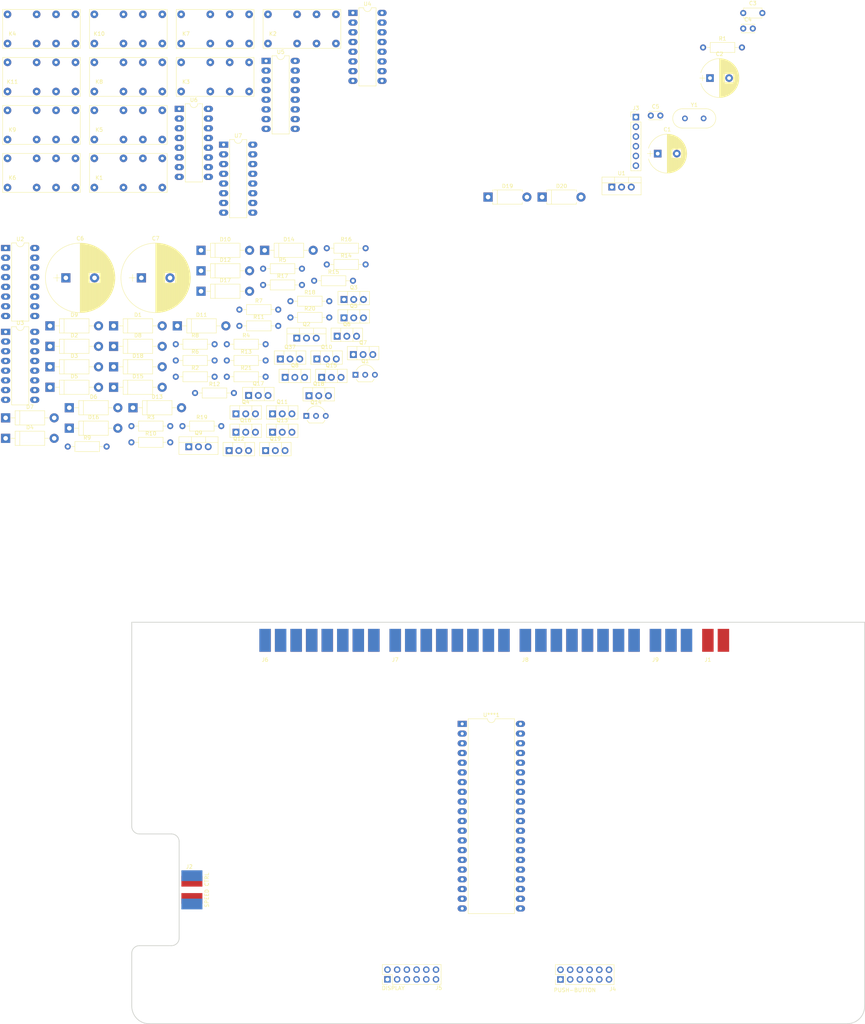
<source format=kicad_pcb>
(kicad_pcb (version 20171130) (host pcbnew "(5.1.6)-1")
  (layers (0 F.Cu signal) (31 B.Cu signal) (34 B.Paste user) (35 F.Paste user) (36 B.SilkS user) (37 F.SilkS user) (38 B.Mask user) (39 F.Mask user) (44 Edge.Cuts user))
  (net 0 "")
  (net 1 +12V)
  (net 2 GND)
  (net 3 +5V)
  (net 4 "Net-(C4-Pad1)")
  (net 5 "Net-(C5-Pad1)")
  (net 6 "Net-(C6-Pad1)")
  (net 7 "Net-(C7-Pad1)")
  (net 8 "/Points Control/POINTS[B1]-COIL")
  (net 9 "/Points Control/POINTS[F1]-COIL")
  (net 10 "/Points Control/POINTS[B2]-COIL")
  (net 11 "/Points Control/POINTS[F2]-COIL")
  (net 12 "/Points Control/POINTS[B3]-COIL")
  (net 13 "/Points Control/POINTS[F3]-COIL")
  (net 14 "/Points Control/POINTS[B4]-COIL")
  (net 15 "/Points Control/POINTS[F4]-COIL")
  (net 16 "/Points Control/POINTS[B5]-COIL")
  (net 17 "/Points Control/POINTS[F5]-COIL")
  (net 18 "/Points Control/POINTS[B6]-COIL")
  (net 19 "/Points Control/POINTS[F6]-COIL")
  (net 20 "/Points Control/POINTS[B7]-COIL")
  (net 21 "/Points Control/POINTS[F7]-COIL")
  (net 22 "/Points Control/POINTS[B8]-COIL")
  (net 23 "/Points Control/POINTS[F8]-COIL")
  (net 24 TRACK+)
  (net 25 TRACK-)
  (net 26 "Net-(J3-Pad6)")
  (net 27 ICSPCLK)
  (net 28 ICSPDAT)
  (net 29 MCLR)
  (net 30 /PB6)
  (net 31 /PB7)
  (net 32 /PB8)
  (net 33 /PB9)
  (net 34 /PB10)
  (net 35 "Net-(J4-Pad7)")
  (net 36 "Net-(J4-Pad6)")
  (net 37 /PB5)
  (net 38 /PB4)
  (net 39 /PB3)
  (net 40 /PB2)
  (net 41 /PB1)
  (net 42 "/Points Control/DATA[OUT]")
  (net 43 DCLK)
  (net 44 DLAT)
  (net 45 "Net-(J5-Pad6)")
  (net 46 "Net-(J5-Pad7)")
  (net 47 "Net-(J5-Pad9)")
  (net 48 /AUX1-LED)
  (net 49 /AUX2-LED)
  (net 50 "/Feed Relays/FEED[D-]")
  (net 51 "/Feed Relays/FEED[D+]")
  (net 52 "/Feed Relays/FEED[C-]")
  (net 53 "/Feed Relays/FEED[C+]")
  (net 54 "/Feed Relays/FEED[A-]")
  (net 55 "/Feed Relays/FEED[A+]")
  (net 56 "/Feed Relays/FEED[E+]")
  (net 57 "/Feed Relays/FEED[F+]")
  (net 58 "/Feed Relays/FEED[G+]")
  (net 59 "/Feed Relays/FEED[H+]")
  (net 60 "/Feed Relays/AUX[1]")
  (net 61 "/Feed Relays/AUX[2]")
  (net 62 "Net-(J7-Pad14)")
  (net 63 /HALL[G])
  (net 64 /HALL[F])
  (net 65 /HALL[E])
  (net 66 "Net-(J7-Pad15)")
  (net 67 "Net-(J7-Pad16)")
  (net 68 "/Feed Relays/FEED[B+]")
  (net 69 "/Feed Relays/FEED[B-]")
  (net 70 "/Feed Relays/FEED[I-]")
  (net 71 "Net-(J8-Pad8)")
  (net 72 "Net-(J9-Pad3)")
  (net 73 "Net-(K1-Pad8)")
  (net 74 "Net-(K1-Pad7)")
  (net 75 "Net-(K1-Pad2)")
  (net 76 "Net-(K2-Pad8)")
  (net 77 "Net-(K2-Pad7)")
  (net 78 "Net-(K2-Pad2)")
  (net 79 "Net-(K3-Pad2)")
  (net 80 "Net-(K3-Pad7)")
  (net 81 "Net-(K3-Pad8)")
  (net 82 "Net-(K4-Pad2)")
  (net 83 "Net-(K4-Pad7)")
  (net 84 "Net-(K4-Pad8)")
  (net 85 "Net-(K5-Pad2)")
  (net 86 "Net-(K5-Pad7)")
  (net 87 "Net-(K5-Pad8)")
  (net 88 "Net-(K6-Pad8)")
  (net 89 "Net-(K6-Pad7)")
  (net 90 "Net-(K6-Pad2)")
  (net 91 "Net-(K7-Pad8)")
  (net 92 "Net-(K7-Pad7)")
  (net 93 "Net-(K7-Pad2)")
  (net 94 "Net-(K8-Pad8)")
  (net 95 "Net-(K8-Pad7)")
  (net 96 "Net-(K8-Pad2)")
  (net 97 "Net-(K9-Pad2)")
  (net 98 "Net-(K9-Pad7)")
  (net 99 "Net-(K9-Pad8)")
  (net 100 "Net-(K10-Pad2)")
  (net 101 "Net-(K10-Pad7)")
  (net 102 "Net-(K10-Pad8)")
  (net 103 "Net-(K11-Pad8)")
  (net 104 "Net-(K11-Pad7)")
  (net 105 "Net-(K11-Pad2)")
  (net 106 "Net-(Q1-Pad2)")
  (net 107 "Net-(Q1-Pad1)")
  (net 108 "Net-(Q2-Pad1)")
  (net 109 TANK-DUMP)
  (net 110 "Net-(Q3-Pad1)")
  (net 111 "Net-(Q4-Pad1)")
  (net 112 "Net-(Q5-Pad1)")
  (net 113 "Net-(Q6-Pad1)")
  (net 114 "Net-(Q7-Pad1)")
  (net 115 "Net-(Q8-Pad1)")
  (net 116 "Net-(Q9-Pad1)")
  (net 117 "Net-(Q10-Pad1)")
  (net 118 "Net-(Q11-Pad1)")
  (net 119 "Net-(Q12-Pad1)")
  (net 120 "Net-(Q13-Pad1)")
  (net 121 "Net-(Q14-Pad1)")
  (net 122 "Net-(Q14-Pad2)")
  (net 123 "Net-(Q15-Pad1)")
  (net 124 "Net-(Q16-Pad1)")
  (net 125 "Net-(Q17-Pad1)")
  (net 126 "Net-(Q18-Pad1)")
  (net 127 "Net-(Q19-Pad1)")
  (net 128 "Net-(Q37-Pad1)")
  (net 129 "/Points Control/TANK[1]")
  (net 130 "/Points Control/PB1")
  (net 131 "/Points Control/PF1")
  (net 132 "/Points Control/PB2")
  (net 133 "/Points Control/PF2")
  (net 134 "/Points Control/TANK[2]")
  (net 135 "/Points Control/PB3")
  (net 136 "/Points Control/PF3")
  (net 137 "/Points Control/PB4")
  (net 138 "/Points Control/PF4")
  (net 139 "/Points Control/PB5")
  (net 140 "/Points Control/PF5")
  (net 141 "/Points Control/PB6")
  (net 142 "/Points Control/PF6")
  (net 143 "/Points Control/PB7")
  (net 144 "/Points Control/PF7")
  (net 145 "/Points Control/PB8")
  (net 146 "/Points Control/PF8")
  (net 147 "Net-(U2-Pad9)")
  (net 148 "/Points Control/DATA[IN]")
  (net 149 "Net-(U4-Pad15)")
  (net 150 "Net-(U4-Pad7)")
  (net 151 "/Feed Relays/DATA[IN]")
  (net 152 "Net-(U4-Pad6)")
  (net 153 "Net-(U4-Pad5)")
  (net 154 "Net-(U4-Pad4)")
  (net 155 "Net-(U4-Pad3)")
  (net 156 "Net-(U4-Pad2)")
  (net 157 "Net-(U4-Pad9)")
  (net 158 "Net-(U4-Pad1)")
  (net 159 "Net-(U5-Pad1)")
  (net 160 "Net-(U5-Pad2)")
  (net 161 "Net-(U5-Pad3)")
  (net 162 "Net-(U5-Pad4)")
  (net 163 "Net-(U5-Pad5)")
  (net 164 "/Feed Relays/SR1-SPARE5")
  (net 165 "/Feed Relays/SR1-SPARE6")
  (net 166 "Net-(U5-Pad15)")
  (net 167 "Net-(U7-Pad10)")
  (net 168 "Net-(U7-Pad11)")
  (net 169 "Net-(U7-Pad14)")
  (net 170 "Net-(U***1-Pad38)")
  (net 171 "Net-(U***1-Pad18)")
  (net 172 "Net-(U***1-Pad37)")
  (net 173 "Net-(U***1-Pad36)")
  (net 174 "Net-(U***1-Pad35)")
  (net 175 "Net-(U***1-Pad10)")
  (net 176 "Net-(U***1-Pad7)")
  (net 177 "Net-(U***1-Pad6)")
  (net 178 "Net-(U***1-Pad5)")
  (net 179 "Net-(U***1-Pad24)")
  (net 180 "Net-(U***1-Pad23)")
  (module Pin_Headers:Pin_Header_Straight_2x06_Pitch2.54mm (layer F.Cu) (at 117.85854 132.3213 90)
    (fp_text reference J5 (at -2.23266 13.41882 180) (layer F.SilkS))
    (fp_text value DISPLAY (at -2.2987 1.52146 180) (layer F.SilkS))
    (pad 1 thru_hole rect (at 0 0 90) (size 1.7 1.7) (drill 1) (layers *.Cu *.Mask) (net 1 +12V))
    (pad 2 thru_hole oval (at 2.54 0 90) (size 1.7 1.7) (drill 1) (layers *.Cu *.Mask) (net 42 "/Points Control/DATA[OUT]"))
    (pad 3 thru_hole oval (at 0 2.54 90) (size 1.7 1.7) (drill 1) (layers *.Cu *.Mask) (net 43 DCLK))
    (pad 4 thru_hole oval (at 2.54 2.54 90) (size 1.7 1.7) (drill 1) (layers *.Cu *.Mask) (net 3 +5V))
    (pad 5 thru_hole oval (at 0 5.08 90) (size 1.7 1.7) (drill 1) (layers *.Cu *.Mask) (net 44 DLAT))
    (pad 6 thru_hole oval (at 2.54 5.08 90) (size 1.7 1.7) (drill 1) (layers *.Cu *.Mask) (net 45 "Net-(J5-Pad6)"))
    (pad 7 thru_hole oval (at 0 7.62 90) (size 1.7 1.7) (drill 1) (layers *.Cu *.Mask) (net 46 "Net-(J5-Pad7)"))
    (pad 8 thru_hole oval (at 2.54 7.62 90) (size 1.7 1.7) (drill 1) (layers *.Cu *.Mask) (net 2 GND))
    (pad 9 thru_hole oval (at 0 10.16 90) (size 1.7 1.7) (drill 1) (layers *.Cu *.Mask) (net 47 "Net-(J5-Pad9)"))
    (pad 10 thru_hole oval (at 2.54 10.16 90) (size 1.7 1.7) (drill 1) (layers *.Cu *.Mask) (net 49 /AUX2-LED))
    (pad 11 thru_hole oval (at 0 12.7 90) (size 1.7 1.7) (drill 1) (layers *.Cu *.Mask) (net 48 /AUX1-LED))
    (pad 12 thru_hole oval (at 2.54 12.7 90) (size 1.7 1.7) (drill 1) (layers *.Cu *.Mask) (net 3 +5V))
  )
  (module Pin_Headers:Pin_Header_Straight_2x06_Pitch2.54mm (layer F.Cu) (at 163.11372 132.34416 90)
    (fp_text reference J4 (at -2.52984 13.67028 180) (layer F.SilkS))
    (fp_text value PUSH-BUTTON (at -2.78384 3.76428 180) (layer F.SilkS))
    (pad 1 thru_hole rect (at 0 0 90) (size 1.7 1.7) (drill 1) (layers *.Cu *.Mask) (net 41 /PB1))
    (pad 2 thru_hole oval (at 2.54 0 90) (size 1.7 1.7) (drill 1) (layers *.Cu *.Mask) (net 40 /PB2))
    (pad 3 thru_hole oval (at 0 2.54 90) (size 1.7 1.7) (drill 1) (layers *.Cu *.Mask) (net 39 /PB3))
    (pad 4 thru_hole oval (at 2.54 2.54 90) (size 1.7 1.7) (drill 1) (layers *.Cu *.Mask) (net 38 /PB4))
    (pad 5 thru_hole oval (at 0 5.08 90) (size 1.7 1.7) (drill 1) (layers *.Cu *.Mask) (net 37 /PB5))
    (pad 6 thru_hole oval (at 2.54 5.08 90) (size 1.7 1.7) (drill 1) (layers *.Cu *.Mask) (net 36 "Net-(J4-Pad6)"))
    (pad 7 thru_hole oval (at 0 7.62 90) (size 1.7 1.7) (drill 1) (layers *.Cu *.Mask) (net 35 "Net-(J4-Pad7)"))
    (pad 8 thru_hole oval (at 2.54 7.62 90) (size 1.7 1.7) (drill 1) (layers *.Cu *.Mask) (net 34 /PB10))
    (pad 9 thru_hole oval (at 0 10.16 90) (size 1.7 1.7) (drill 1) (layers *.Cu *.Mask) (net 33 /PB9))
    (pad 10 thru_hole oval (at 2.54 10.16 90) (size 1.7 1.7) (drill 1) (layers *.Cu *.Mask) (net 32 /PB8))
    (pad 11 thru_hole oval (at 0 12.7 90) (size 1.7 1.7) (drill 1) (layers *.Cu *.Mask) (net 31 /PB7))
    (pad 12 thru_hole oval (at 2.54 12.7 90) (size 1.7 1.7) (drill 1) (layers *.Cu *.Mask) (net 30 /PB6))
  )
  (module carnivalben:Wire_Pads_Edge_1x2 (layer F.Cu) (at 201.676 43.688)
    (fp_text reference J1 (at 0 5.08) (layer F.SilkS))
    (fp_text value "PSU IN")
    (pad 2 smd rect (at 4.064 0) (size 3 6) (layers F.Cu F.Paste F.Mask) (net 1 +12V))
    (pad 1 smd rect (at 0 0) (size 3 6) (layers F.Cu F.Paste F.Mask) (net 2 GND))
  )
  (module Capacitors_THT:CP_Radial_D10.0mm_P5.00mm (layer F.Cu) (at 188.545001 -83.544999)
    (fp_text reference C1 (at 2.5 -6.31) (layer F.SilkS))
    (fp_text value 470uF)
    (pad 1 thru_hole rect (at 0 0) (size 2 2) (drill 1) (layers *.Cu *.Mask) (net 1 +12V))
    (pad 2 thru_hole circle (at 5 0) (size 2 2) (drill 1) (layers *.Cu *.Mask) (net 2 GND))
  )
  (module Capacitors_THT:CP_Radial_D10.0mm_P5.00mm (layer F.Cu) (at 202.225001 -103.294999)
    (fp_text reference C2 (at 2.5 -6.31) (layer F.SilkS))
    (fp_text value 470uF)
    (pad 1 thru_hole rect (at 0 0) (size 2 2) (drill 1) (layers *.Cu *.Mask) (net 3 +5V))
    (pad 2 thru_hole circle (at 5 0) (size 2 2) (drill 1) (layers *.Cu *.Mask) (net 2 GND))
  )
  (module Capacitors_THT:C_Disc_D4.7mm_W2.5mm_P5.00mm (layer F.Cu) (at 210.925001 -120.294999)
    (fp_text reference C3 (at 2.5 -2.56) (layer F.SilkS))
    (fp_text value 10nF)
    (pad 1 thru_hole circle (at 0 0) (size 1.6 1.6) (drill 0.8) (layers *.Cu *.Mask) (net 3 +5V))
    (pad 2 thru_hole circle (at 5 0) (size 1.6 1.6) (drill 0.8) (layers *.Cu *.Mask) (net 2 GND))
  )
  (module Capacitors_THT:C_Disc_D3.4mm_W2.1mm_P2.50mm (layer F.Cu) (at 210.925001 -116.244999)
    (fp_text reference C4 (at 1.25 -2.36) (layer F.SilkS))
    (fp_text value 33pF)
    (pad 1 thru_hole circle (at 0 0) (size 1.6 1.6) (drill 0.8) (layers *.Cu *.Mask) (net 4 "Net-(C4-Pad1)"))
    (pad 2 thru_hole circle (at 2.5 0) (size 1.6 1.6) (drill 0.8) (layers *.Cu *.Mask) (net 2 GND))
  )
  (module Capacitors_THT:C_Disc_D3.4mm_W2.1mm_P2.50mm (layer F.Cu) (at 186.745001 -93.494999)
    (fp_text reference C5 (at 1.25 -2.36) (layer F.SilkS))
    (fp_text value 33pF)
    (pad 1 thru_hole circle (at 0 0) (size 1.6 1.6) (drill 0.8) (layers *.Cu *.Mask) (net 5 "Net-(C5-Pad1)"))
    (pad 2 thru_hole circle (at 2.5 0) (size 1.6 1.6) (drill 0.8) (layers *.Cu *.Mask) (net 2 GND))
  )
  (module Capacitors_THT:CP_Radial_D18.0mm_P7.50mm (layer F.Cu) (at 33.735001 -51.064999)
    (fp_text reference C6 (at 3.75 -10.31) (layer F.SilkS))
    (fp_text value 4700uF)
    (pad 1 thru_hole rect (at 0 0) (size 2.4 2.4) (drill 1.2) (layers *.Cu *.Mask) (net 6 "Net-(C6-Pad1)"))
    (pad 2 thru_hole circle (at 7.5 0) (size 2.4 2.4) (drill 1.2) (layers *.Cu *.Mask) (net 2 GND))
  )
  (module Capacitors_THT:CP_Radial_D18.0mm_P7.50mm (layer F.Cu) (at 53.485001 -51.064999)
    (fp_text reference C7 (at 3.75 -10.31) (layer F.SilkS))
    (fp_text value 4700uF)
    (pad 1 thru_hole rect (at 0 0) (size 2.4 2.4) (drill 1.2) (layers *.Cu *.Mask) (net 7 "Net-(C7-Pad1)"))
    (pad 2 thru_hole circle (at 7.5 0) (size 2.4 2.4) (drill 1.2) (layers *.Cu *.Mask) (net 2 GND))
  )
  (module Diodes_THT:D_DO-15_P12.70mm_Horizontal (layer F.Cu) (at 46.235001 -38.514999)
    (fp_text reference D1 (at 6.35 -2.86) (layer F.SilkS))
    (fp_text value 1N4001)
    (pad 1 thru_hole rect (at 0 0) (size 2.4 2.4) (drill 1.2) (layers *.Cu *.Mask) (net 6 "Net-(C6-Pad1)"))
    (pad 2 thru_hole oval (at 12.7 0) (size 2.4 2.4) (drill 1.2) (layers *.Cu *.Mask) (net 1 +12V))
  )
  (module Diodes_THT:D_DO-15_P12.70mm_Horizontal (layer F.Cu) (at 29.585001 -33.164999)
    (fp_text reference D2 (at 6.35 -2.86) (layer F.SilkS))
    (fp_text value 1N4001)
    (pad 1 thru_hole rect (at 0 0) (size 2.4 2.4) (drill 1.2) (layers *.Cu *.Mask) (net 8 "/Points Control/POINTS[B1]-COIL"))
    (pad 2 thru_hole oval (at 12.7 0) (size 2.4 2.4) (drill 1.2) (layers *.Cu *.Mask) (net 2 GND))
  )
  (module Diodes_THT:D_DO-15_P12.70mm_Horizontal (layer F.Cu) (at 29.585001 -27.814999)
    (fp_text reference D3 (at 6.35 -2.86) (layer F.SilkS))
    (fp_text value 1N4001)
    (pad 1 thru_hole rect (at 0 0) (size 2.4 2.4) (drill 1.2) (layers *.Cu *.Mask) (net 9 "/Points Control/POINTS[F1]-COIL"))
    (pad 2 thru_hole oval (at 12.7 0) (size 2.4 2.4) (drill 1.2) (layers *.Cu *.Mask) (net 2 GND))
  )
  (module Diodes_THT:D_DO-15_P12.70mm_Horizontal (layer F.Cu) (at 17.985001 -9.114999)
    (fp_text reference D4 (at 6.35 -2.86) (layer F.SilkS))
    (fp_text value 1N4001)
    (pad 1 thru_hole rect (at 0 0) (size 2.4 2.4) (drill 1.2) (layers *.Cu *.Mask) (net 7 "Net-(C7-Pad1)"))
    (pad 2 thru_hole oval (at 12.7 0) (size 2.4 2.4) (drill 1.2) (layers *.Cu *.Mask) (net 1 +12V))
  )
  (module Diodes_THT:D_DO-15_P12.70mm_Horizontal (layer F.Cu) (at 29.585001 -22.464999)
    (fp_text reference D5 (at 6.35 -2.86) (layer F.SilkS))
    (fp_text value 1N4001)
    (pad 1 thru_hole rect (at 0 0) (size 2.4 2.4) (drill 1.2) (layers *.Cu *.Mask) (net 10 "/Points Control/POINTS[B2]-COIL"))
    (pad 2 thru_hole oval (at 12.7 0) (size 2.4 2.4) (drill 1.2) (layers *.Cu *.Mask) (net 2 GND))
  )
  (module Diodes_THT:D_DO-15_P12.70mm_Horizontal (layer F.Cu) (at 34.635001 -17.114999)
    (fp_text reference D6 (at 6.35 -2.86) (layer F.SilkS))
    (fp_text value 1N4001)
    (pad 1 thru_hole rect (at 0 0) (size 2.4 2.4) (drill 1.2) (layers *.Cu *.Mask) (net 11 "/Points Control/POINTS[F2]-COIL"))
    (pad 2 thru_hole oval (at 12.7 0) (size 2.4 2.4) (drill 1.2) (layers *.Cu *.Mask) (net 2 GND))
  )
  (module Diodes_THT:D_DO-15_P12.70mm_Horizontal (layer F.Cu) (at 17.985001 -14.464999)
    (fp_text reference D7 (at 6.35 -2.86) (layer F.SilkS))
    (fp_text value 1N4001)
    (pad 1 thru_hole rect (at 0 0) (size 2.4 2.4) (drill 1.2) (layers *.Cu *.Mask) (net 12 "/Points Control/POINTS[B3]-COIL"))
    (pad 2 thru_hole oval (at 12.7 0) (size 2.4 2.4) (drill 1.2) (layers *.Cu *.Mask) (net 2 GND))
  )
  (module Diodes_THT:D_DO-15_P12.70mm_Horizontal (layer F.Cu) (at 46.235001 -33.164999)
    (fp_text reference D8 (at 6.35 -2.86) (layer F.SilkS))
    (fp_text value 1N4001)
    (pad 1 thru_hole rect (at 0 0) (size 2.4 2.4) (drill 1.2) (layers *.Cu *.Mask) (net 13 "/Points Control/POINTS[F3]-COIL"))
    (pad 2 thru_hole oval (at 12.7 0) (size 2.4 2.4) (drill 1.2) (layers *.Cu *.Mask) (net 2 GND))
  )
  (module Diodes_THT:D_DO-15_P12.70mm_Horizontal (layer F.Cu) (at 29.585001 -38.514999)
    (fp_text reference D9 (at 6.35 -2.86) (layer F.SilkS))
    (fp_text value 1N4001)
    (pad 1 thru_hole rect (at 0 0) (size 2.4 2.4) (drill 1.2) (layers *.Cu *.Mask) (net 14 "/Points Control/POINTS[B4]-COIL"))
    (pad 2 thru_hole oval (at 12.7 0) (size 2.4 2.4) (drill 1.2) (layers *.Cu *.Mask) (net 2 GND))
  )
  (module Diodes_THT:D_DO-15_P12.70mm_Horizontal (layer F.Cu) (at 69.085001 -58.264999)
    (fp_text reference D10 (at 6.35 -2.86) (layer F.SilkS))
    (fp_text value 1N4001)
    (pad 1 thru_hole rect (at 0 0) (size 2.4 2.4) (drill 1.2) (layers *.Cu *.Mask) (net 15 "/Points Control/POINTS[F4]-COIL"))
    (pad 2 thru_hole oval (at 12.7 0) (size 2.4 2.4) (drill 1.2) (layers *.Cu *.Mask) (net 2 GND))
  )
  (module Diodes_THT:D_DO-15_P12.70mm_Horizontal (layer F.Cu) (at 62.885001 -38.514999)
    (fp_text reference D11 (at 6.35 -2.86) (layer F.SilkS))
    (fp_text value 1N4001)
    (pad 1 thru_hole rect (at 0 0) (size 2.4 2.4) (drill 1.2) (layers *.Cu *.Mask) (net 16 "/Points Control/POINTS[B5]-COIL"))
    (pad 2 thru_hole oval (at 12.7 0) (size 2.4 2.4) (drill 1.2) (layers *.Cu *.Mask) (net 2 GND))
  )
  (module Diodes_THT:D_DO-15_P12.70mm_Horizontal (layer F.Cu) (at 69.085001 -52.914999)
    (fp_text reference D12 (at 6.35 -2.86) (layer F.SilkS))
    (fp_text value 1N4001)
    (pad 1 thru_hole rect (at 0 0) (size 2.4 2.4) (drill 1.2) (layers *.Cu *.Mask) (net 17 "/Points Control/POINTS[F5]-COIL"))
    (pad 2 thru_hole oval (at 12.7 0) (size 2.4 2.4) (drill 1.2) (layers *.Cu *.Mask) (net 2 GND))
  )
  (module Diodes_THT:D_DO-15_P12.70mm_Horizontal (layer F.Cu) (at 51.285001 -17.114999)
    (fp_text reference D13 (at 6.35 -2.86) (layer F.SilkS))
    (fp_text value 1N4001)
    (pad 1 thru_hole rect (at 0 0) (size 2.4 2.4) (drill 1.2) (layers *.Cu *.Mask) (net 18 "/Points Control/POINTS[B6]-COIL"))
    (pad 2 thru_hole oval (at 12.7 0) (size 2.4 2.4) (drill 1.2) (layers *.Cu *.Mask) (net 2 GND))
  )
  (module Diodes_THT:D_DO-15_P12.70mm_Horizontal (layer F.Cu) (at 85.735001 -58.264999)
    (fp_text reference D14 (at 6.35 -2.86) (layer F.SilkS))
    (fp_text value 1N4001)
    (pad 1 thru_hole rect (at 0 0) (size 2.4 2.4) (drill 1.2) (layers *.Cu *.Mask) (net 19 "/Points Control/POINTS[F6]-COIL"))
    (pad 2 thru_hole oval (at 12.7 0) (size 2.4 2.4) (drill 1.2) (layers *.Cu *.Mask) (net 2 GND))
  )
  (module Diodes_THT:D_DO-15_P12.70mm_Horizontal (layer F.Cu) (at 46.235001 -22.464999)
    (fp_text reference D15 (at 6.35 -2.86) (layer F.SilkS))
    (fp_text value 1N4001)
    (pad 1 thru_hole rect (at 0 0) (size 2.4 2.4) (drill 1.2) (layers *.Cu *.Mask) (net 20 "/Points Control/POINTS[B7]-COIL"))
    (pad 2 thru_hole oval (at 12.7 0) (size 2.4 2.4) (drill 1.2) (layers *.Cu *.Mask) (net 2 GND))
  )
  (module Diodes_THT:D_DO-15_P12.70mm_Horizontal (layer F.Cu) (at 34.635001 -11.764999)
    (fp_text reference D16 (at 6.35 -2.86) (layer F.SilkS))
    (fp_text value 1N4001)
    (pad 1 thru_hole rect (at 0 0) (size 2.4 2.4) (drill 1.2) (layers *.Cu *.Mask) (net 21 "/Points Control/POINTS[F7]-COIL"))
    (pad 2 thru_hole oval (at 12.7 0) (size 2.4 2.4) (drill 1.2) (layers *.Cu *.Mask) (net 2 GND))
  )
  (module Diodes_THT:D_DO-15_P12.70mm_Horizontal (layer F.Cu) (at 69.085001 -47.564999)
    (fp_text reference D17 (at 6.35 -2.86) (layer F.SilkS))
    (fp_text value 1N4001)
    (pad 1 thru_hole rect (at 0 0) (size 2.4 2.4) (drill 1.2) (layers *.Cu *.Mask) (net 22 "/Points Control/POINTS[B8]-COIL"))
    (pad 2 thru_hole oval (at 12.7 0) (size 2.4 2.4) (drill 1.2) (layers *.Cu *.Mask) (net 2 GND))
  )
  (module Diodes_THT:D_DO-15_P12.70mm_Horizontal (layer F.Cu) (at 46.235001 -27.814999)
    (fp_text reference D18 (at 6.35 -2.86) (layer F.SilkS))
    (fp_text value 1N4001)
    (pad 1 thru_hole rect (at 0 0) (size 2.4 2.4) (drill 1.2) (layers *.Cu *.Mask) (net 23 "/Points Control/POINTS[F8]-COIL"))
    (pad 2 thru_hole oval (at 12.7 0) (size 2.4 2.4) (drill 1.2) (layers *.Cu *.Mask) (net 2 GND))
  )
  (module Diodes_THT:D_DO-15_P10.16mm_Horizontal (layer F.Cu) (at 144.175001 -72.184999)
    (fp_text reference D19 (at 5.08 -2.86) (layer F.SilkS))
    (fp_text value 12V)
    (pad 1 thru_hole rect (at 0 0) (size 2.4 2.4) (drill 1.2) (layers *.Cu *.Mask) (net 1 +12V))
    (pad 2 thru_hole oval (at 10.16 0) (size 2.4 2.4) (drill 1.2) (layers *.Cu *.Mask) (net 2 GND))
  )
  (module Diodes_THT:D_DO-15_P10.16mm_Horizontal (layer F.Cu) (at 158.325001 -72.184999)
    (fp_text reference D20 (at 5.08 -2.86) (layer F.SilkS))
    (fp_text value 5V)
    (pad 1 thru_hole rect (at 0 0) (size 2.4 2.4) (drill 1.2) (layers *.Cu *.Mask) (net 3 +5V))
    (pad 2 thru_hole oval (at 10.16 0) (size 2.4 2.4) (drill 1.2) (layers *.Cu *.Mask) (net 2 GND))
  )
  (module carnivalben:DIN_Socket_Edge_Solder_4pin (layer F.Cu) (at 62.9572 108.9172 270)
    (fp_text reference J2 (at -6.0472 -3.0828 180) (layer F.SilkS))
    (fp_text value "SPEED CTRL" (at 0.0488 -7.6548 90) (layer F.SilkS))
    (pad 1 smd rect (at 3.3 -1 270) (size 2.8 5.5) (drill (offset 0.4 -2.75)) (layers B.Cu F.Paste F.Mask) (net 2 GND))
    (pad 2 smd rect (at -3.3 -1 270) (size 2.8 5.5) (drill (offset -0.4 -2.75)) (layers B.Cu F.Paste F.Mask) (net 25 TRACK-))
    (pad 3 smd rect (at 1.85 -1 270) (size 2.8 5.5) (drill (offset 0.4 -2.75)) (layers F.Cu F.Paste F.Mask) (net 24 TRACK+))
    (pad 4 smd rect (at -1.85 -1 270) (size 2.8 5.5) (drill (offset -0.4 -2.75)) (layers F.Cu F.Paste F.Mask) (net 1 +12V))
  )
  (module Pin_Headers:Pin_Header_Straight_1x06_Pitch2.54mm (layer F.Cu) (at 182.845001 -93.094999)
    (fp_text reference J3 (at 0 -2.33) (layer F.SilkS))
    (fp_text value ICSP)
    (pad 1 thru_hole rect (at 0 0) (size 1.7 1.7) (drill 1) (layers *.Cu *.Mask) (net 29 MCLR))
    (pad 2 thru_hole oval (at 0 2.54) (size 1.7 1.7) (drill 1) (layers *.Cu *.Mask) (net 3 +5V))
    (pad 3 thru_hole oval (at 0 5.08) (size 1.7 1.7) (drill 1) (layers *.Cu *.Mask) (net 2 GND))
    (pad 4 thru_hole oval (at 0 7.62) (size 1.7 1.7) (drill 1) (layers *.Cu *.Mask) (net 28 ICSPDAT))
    (pad 5 thru_hole oval (at 0 10.16) (size 1.7 1.7) (drill 1) (layers *.Cu *.Mask) (net 27 ICSPCLK))
    (pad 6 thru_hole oval (at 0 12.7) (size 1.7 1.7) (drill 1) (layers *.Cu *.Mask) (net 26 "Net-(J3-Pad6)"))
  )
  (module carnivalben:Wire_Pads_Edge_2x8 (layer F.Cu) (at 85.852 43.688)
    (fp_text reference J6 (at 0 5.08) (layer F.SilkS))
    (fp_text value CONN-L1)
    (pad 16 smd rect (at 0 0) (size 3 6) (layers B.Cu F.Paste F.Mask) (net 16 "/Points Control/POINTS[B5]-COIL"))
    (pad 15 smd rect (at 4.064 0) (size 3 6) (layers B.Cu F.Paste F.Mask) (net 17 "/Points Control/POINTS[F5]-COIL"))
    (pad 8 smd rect (at 28.448 0) (size 3 6) (layers F.Cu F.Paste F.Mask) (net 2 GND))
    (pad 7 smd rect (at 24.384 0) (size 3 6) (layers F.Cu F.Paste F.Mask) (net 2 GND))
    (pad 12 smd rect (at 16.256 0) (size 3 6) (layers B.Cu F.Paste F.Mask) (net 20 "/Points Control/POINTS[B7]-COIL"))
    (pad 11 smd rect (at 20.32 0) (size 3 6) (layers B.Cu F.Paste F.Mask) (net 21 "/Points Control/POINTS[F7]-COIL"))
    (pad 10 smd rect (at 24.384 0) (size 3 6) (layers B.Cu F.Paste F.Mask) (net 22 "/Points Control/POINTS[B8]-COIL"))
    (pad 9 smd rect (at 28.448 0) (size 3 6) (layers B.Cu F.Paste F.Mask) (net 23 "/Points Control/POINTS[F8]-COIL"))
    (pad 14 smd rect (at 8.128 0) (size 3 6) (layers B.Cu F.Paste F.Mask) (net 18 "/Points Control/POINTS[B6]-COIL"))
    (pad 13 smd rect (at 12.192 0) (size 3 6) (layers B.Cu F.Paste F.Mask) (net 19 "/Points Control/POINTS[F6]-COIL"))
    (pad 6 smd rect (at 20.32 0) (size 3 6) (layers F.Cu F.Paste F.Mask) (net 50 "/Feed Relays/FEED[D-]"))
    (pad 5 smd rect (at 16.256 0) (size 3 6) (layers F.Cu F.Paste F.Mask) (net 51 "/Feed Relays/FEED[D+]"))
    (pad 4 smd rect (at 12.192 0) (size 3 6) (layers F.Cu F.Paste F.Mask) (net 52 "/Feed Relays/FEED[C-]"))
    (pad 3 smd rect (at 8.128 0) (size 3 6) (layers F.Cu F.Paste F.Mask) (net 53 "/Feed Relays/FEED[C+]"))
    (pad 2 smd rect (at 4.064 0) (size 3 6) (layers F.Cu F.Paste F.Mask) (net 54 "/Feed Relays/FEED[A-]"))
    (pad 1 smd rect (at 0 0) (size 3 6) (layers F.Cu F.Paste F.Mask) (net 55 "/Feed Relays/FEED[A+]"))
  )
  (module carnivalben:Wire_Pads_Edge_2x8 (layer F.Cu) (at 119.888 43.688)
    (fp_text reference J7 (at 0 5.08) (layer F.SilkS))
    (fp_text value CONN-L2)
    (pad 16 smd rect (at 0 0) (size 3 6) (layers B.Cu F.Paste F.Mask) (net 67 "Net-(J7-Pad16)"))
    (pad 15 smd rect (at 4.064 0) (size 3 6) (layers B.Cu F.Paste F.Mask) (net 66 "Net-(J7-Pad15)"))
    (pad 8 smd rect (at 28.448 0) (size 3 6) (layers F.Cu F.Paste F.Mask) (net 2 GND))
    (pad 7 smd rect (at 24.384 0) (size 3 6) (layers F.Cu F.Paste F.Mask) (net 2 GND))
    (pad 12 smd rect (at 16.256 0) (size 3 6) (layers B.Cu F.Paste F.Mask) (net 65 /HALL[E]))
    (pad 11 smd rect (at 20.32 0) (size 3 6) (layers B.Cu F.Paste F.Mask) (net 64 /HALL[F]))
    (pad 10 smd rect (at 24.384 0) (size 3 6) (layers B.Cu F.Paste F.Mask) (net 63 /HALL[G]))
    (pad 9 smd rect (at 28.448 0) (size 3 6) (layers B.Cu F.Paste F.Mask) (net 2 GND))
    (pad 14 smd rect (at 8.128 0) (size 3 6) (layers B.Cu F.Paste F.Mask) (net 62 "Net-(J7-Pad14)"))
    (pad 13 smd rect (at 12.192 0) (size 3 6) (layers B.Cu F.Paste F.Mask) (net 3 +5V))
    (pad 6 smd rect (at 20.32 0) (size 3 6) (layers F.Cu F.Paste F.Mask) (net 61 "/Feed Relays/AUX[2]"))
    (pad 5 smd rect (at 16.256 0) (size 3 6) (layers F.Cu F.Paste F.Mask) (net 60 "/Feed Relays/AUX[1]"))
    (pad 4 smd rect (at 12.192 0) (size 3 6) (layers F.Cu F.Paste F.Mask) (net 59 "/Feed Relays/FEED[H+]"))
    (pad 3 smd rect (at 8.128 0) (size 3 6) (layers F.Cu F.Paste F.Mask) (net 58 "/Feed Relays/FEED[G+]"))
    (pad 2 smd rect (at 4.064 0) (size 3 6) (layers F.Cu F.Paste F.Mask) (net 57 "/Feed Relays/FEED[F+]"))
    (pad 1 smd rect (at 0 0) (size 3 6) (layers F.Cu F.Paste F.Mask) (net 56 "/Feed Relays/FEED[E+]"))
  )
  (module carnivalben:Wire_Pads_Edge_2x8 (layer F.Cu) (at 153.924 43.688)
    (fp_text reference J8 (at 0 5.08) (layer F.SilkS))
    (fp_text value CONN-R1)
    (pad 16 smd rect (at 0 0) (size 3 6) (layers B.Cu F.Paste F.Mask) (net 8 "/Points Control/POINTS[B1]-COIL"))
    (pad 15 smd rect (at 4.064 0) (size 3 6) (layers B.Cu F.Paste F.Mask) (net 9 "/Points Control/POINTS[F1]-COIL"))
    (pad 8 smd rect (at 28.448 0) (size 3 6) (layers F.Cu F.Paste F.Mask) (net 71 "Net-(J8-Pad8)"))
    (pad 7 smd rect (at 24.384 0) (size 3 6) (layers F.Cu F.Paste F.Mask) (net 70 "/Feed Relays/FEED[I-]"))
    (pad 12 smd rect (at 16.256 0) (size 3 6) (layers B.Cu F.Paste F.Mask) (net 12 "/Points Control/POINTS[B3]-COIL"))
    (pad 11 smd rect (at 20.32 0) (size 3 6) (layers B.Cu F.Paste F.Mask) (net 13 "/Points Control/POINTS[F3]-COIL"))
    (pad 10 smd rect (at 24.384 0) (size 3 6) (layers B.Cu F.Paste F.Mask) (net 14 "/Points Control/POINTS[B4]-COIL"))
    (pad 9 smd rect (at 28.448 0) (size 3 6) (layers B.Cu F.Paste F.Mask) (net 15 "/Points Control/POINTS[F4]-COIL"))
    (pad 14 smd rect (at 8.128 0) (size 3 6) (layers B.Cu F.Paste F.Mask) (net 10 "/Points Control/POINTS[B2]-COIL"))
    (pad 13 smd rect (at 12.192 0) (size 3 6) (layers B.Cu F.Paste F.Mask) (net 11 "/Points Control/POINTS[F2]-COIL"))
    (pad 6 smd rect (at 20.32 0) (size 3 6) (layers F.Cu F.Paste F.Mask) (net 50 "/Feed Relays/FEED[D-]"))
    (pad 5 smd rect (at 16.256 0) (size 3 6) (layers F.Cu F.Paste F.Mask) (net 52 "/Feed Relays/FEED[C-]"))
    (pad 4 smd rect (at 12.192 0) (size 3 6) (layers F.Cu F.Paste F.Mask) (net 53 "/Feed Relays/FEED[C+]"))
    (pad 3 smd rect (at 8.128 0) (size 3 6) (layers F.Cu F.Paste F.Mask) (net 69 "/Feed Relays/FEED[B-]"))
    (pad 2 smd rect (at 4.064 0) (size 3 6) (layers F.Cu F.Paste F.Mask) (net 68 "/Feed Relays/FEED[B+]"))
    (pad 1 smd rect (at 0 0) (size 3 6) (layers F.Cu F.Paste F.Mask) (net 55 "/Feed Relays/FEED[A+]"))
  )
  (module carnivalben:Wire_Pads_Edge_2x3 (layer F.Cu) (at 187.96 43.688)
    (fp_text reference J9 (at 0 5.08) (layer F.SilkS))
    (fp_text value CONN-R2)
    (pad 6 smd rect (at 0 0) (size 3 6) (layers B.Cu F.Paste F.Mask) (net 2 GND))
    (pad 5 smd rect (at 4.064 0) (size 3 6) (layers B.Cu F.Paste F.Mask) (net 2 GND))
    (pad 4 smd rect (at 8.128 0) (size 3 6) (layers B.Cu F.Paste F.Mask) (net 2 GND))
    (pad 3 smd rect (at 8.128 0) (size 3 6) (layers F.Cu F.Paste F.Mask) (net 72 "Net-(J9-Pad3)"))
    (pad 2 smd rect (at 4.064 0) (size 3 6) (layers F.Cu F.Paste F.Mask) (net 61 "/Feed Relays/AUX[2]"))
    (pad 1 smd rect (at 0 0) (size 3 6) (layers F.Cu F.Paste F.Mask) (net 60 "/Feed Relays/AUX[1]"))
  )
  (module carnivalben:TRK22X3-XXDC (layer F.Cu) (at 41.185001 -82.304999)
    (fp_text reference K1 (at 1.27 5.08) (layer F.SilkS))
    (fp_text value TRK2233-12DC)
    (pad 4 thru_hole circle (at 17.78 0) (size 2 2) (drill 0.8) (layers *.Cu *.Mask) (net 55 "/Feed Relays/FEED[A+]"))
    (pad 5 thru_hole circle (at 17.78 7.62) (size 2 2) (drill 0.8) (layers *.Cu *.Mask) (net 54 "/Feed Relays/FEED[A-]"))
    (pad 6 thru_hole circle (at 12.7 7.62) (size 2 2) (drill 0.8) (layers *.Cu *.Mask) (net 25 TRACK-))
    (pad 3 thru_hole circle (at 12.7 0) (size 2 2) (drill 0.8) (layers *.Cu *.Mask) (net 24 TRACK+))
    (pad 2 thru_hole circle (at 7.62 0) (size 2 2) (drill 0.8) (layers *.Cu *.Mask) (net 75 "Net-(K1-Pad2)"))
    (pad 7 thru_hole circle (at 7.62 7.62) (size 2 2) (drill 0.8) (layers *.Cu *.Mask) (net 74 "Net-(K1-Pad7)"))
    (pad 8 thru_hole circle (at 0 7.62) (size 2 2) (drill 0.8) (layers *.Cu *.Mask) (net 73 "Net-(K1-Pad8)"))
    (pad 1 thru_hole circle (at 0 0) (size 2 2) (drill 0.8) (layers *.Cu *.Mask) (net 1 +12V))
  )
  (module carnivalben:TRK22X3-XXDC (layer F.Cu) (at 86.605001 -119.954999)
    (fp_text reference K2 (at 1.27 5.08) (layer F.SilkS))
    (fp_text value TRK2233-12DC)
    (pad 4 thru_hole circle (at 17.78 0) (size 2 2) (drill 0.8) (layers *.Cu *.Mask) (net 59 "/Feed Relays/FEED[H+]"))
    (pad 5 thru_hole circle (at 17.78 7.62) (size 2 2) (drill 0.8) (layers *.Cu *.Mask) (net 59 "/Feed Relays/FEED[H+]"))
    (pad 6 thru_hole circle (at 12.7 7.62) (size 2 2) (drill 0.8) (layers *.Cu *.Mask) (net 24 TRACK+))
    (pad 3 thru_hole circle (at 12.7 0) (size 2 2) (drill 0.8) (layers *.Cu *.Mask) (net 24 TRACK+))
    (pad 2 thru_hole circle (at 7.62 0) (size 2 2) (drill 0.8) (layers *.Cu *.Mask) (net 78 "Net-(K2-Pad2)"))
    (pad 7 thru_hole circle (at 7.62 7.62) (size 2 2) (drill 0.8) (layers *.Cu *.Mask) (net 77 "Net-(K2-Pad7)"))
    (pad 8 thru_hole circle (at 0 7.62) (size 2 2) (drill 0.8) (layers *.Cu *.Mask) (net 76 "Net-(K2-Pad8)"))
    (pad 1 thru_hole circle (at 0 0) (size 2 2) (drill 0.8) (layers *.Cu *.Mask) (net 1 +12V))
  )
  (module carnivalben:TRK22X3-XXDC (layer F.Cu) (at 63.895001 -107.404999)
    (fp_text reference K3 (at 1.27 5.08) (layer F.SilkS))
    (fp_text value TRK2233-12DC)
    (pad 4 thru_hole circle (at 17.78 0) (size 2 2) (drill 0.8) (layers *.Cu *.Mask) (net 68 "/Feed Relays/FEED[B+]"))
    (pad 5 thru_hole circle (at 17.78 7.62) (size 2 2) (drill 0.8) (layers *.Cu *.Mask) (net 69 "/Feed Relays/FEED[B-]"))
    (pad 6 thru_hole circle (at 12.7 7.62) (size 2 2) (drill 0.8) (layers *.Cu *.Mask) (net 25 TRACK-))
    (pad 3 thru_hole circle (at 12.7 0) (size 2 2) (drill 0.8) (layers *.Cu *.Mask) (net 24 TRACK+))
    (pad 2 thru_hole circle (at 7.62 0) (size 2 2) (drill 0.8) (layers *.Cu *.Mask) (net 79 "Net-(K3-Pad2)"))
    (pad 7 thru_hole circle (at 7.62 7.62) (size 2 2) (drill 0.8) (layers *.Cu *.Mask) (net 80 "Net-(K3-Pad7)"))
    (pad 8 thru_hole circle (at 0 7.62) (size 2 2) (drill 0.8) (layers *.Cu *.Mask) (net 81 "Net-(K3-Pad8)"))
    (pad 1 thru_hole circle (at 0 0) (size 2 2) (drill 0.8) (layers *.Cu *.Mask) (net 1 +12V))
  )
  (module carnivalben:TRK22X3-XXDC (layer F.Cu) (at 18.475001 -119.954999)
    (fp_text reference K4 (at 1.27 5.08) (layer F.SilkS))
    (fp_text value TRK2233-12DC)
    (pad 4 thru_hole circle (at 17.78 0) (size 2 2) (drill 0.8) (layers *.Cu *.Mask) (net 70 "/Feed Relays/FEED[I-]"))
    (pad 5 thru_hole circle (at 17.78 7.62) (size 2 2) (drill 0.8) (layers *.Cu *.Mask) (net 70 "/Feed Relays/FEED[I-]"))
    (pad 6 thru_hole circle (at 12.7 7.62) (size 2 2) (drill 0.8) (layers *.Cu *.Mask) (net 25 TRACK-))
    (pad 3 thru_hole circle (at 12.7 0) (size 2 2) (drill 0.8) (layers *.Cu *.Mask) (net 25 TRACK-))
    (pad 2 thru_hole circle (at 7.62 0) (size 2 2) (drill 0.8) (layers *.Cu *.Mask) (net 82 "Net-(K4-Pad2)"))
    (pad 7 thru_hole circle (at 7.62 7.62) (size 2 2) (drill 0.8) (layers *.Cu *.Mask) (net 83 "Net-(K4-Pad7)"))
    (pad 8 thru_hole circle (at 0 7.62) (size 2 2) (drill 0.8) (layers *.Cu *.Mask) (net 84 "Net-(K4-Pad8)"))
    (pad 1 thru_hole circle (at 0 0) (size 2 2) (drill 0.8) (layers *.Cu *.Mask) (net 1 +12V))
  )
  (module carnivalben:TRK22X3-XXDC (layer F.Cu) (at 41.185001 -94.854999)
    (fp_text reference K5 (at 1.27 5.08) (layer F.SilkS))
    (fp_text value TRK2233-12DC)
    (pad 4 thru_hole circle (at 17.78 0) (size 2 2) (drill 0.8) (layers *.Cu *.Mask) (net 53 "/Feed Relays/FEED[C+]"))
    (pad 5 thru_hole circle (at 17.78 7.62) (size 2 2) (drill 0.8) (layers *.Cu *.Mask) (net 52 "/Feed Relays/FEED[C-]"))
    (pad 6 thru_hole circle (at 12.7 7.62) (size 2 2) (drill 0.8) (layers *.Cu *.Mask) (net 25 TRACK-))
    (pad 3 thru_hole circle (at 12.7 0) (size 2 2) (drill 0.8) (layers *.Cu *.Mask) (net 24 TRACK+))
    (pad 2 thru_hole circle (at 7.62 0) (size 2 2) (drill 0.8) (layers *.Cu *.Mask) (net 85 "Net-(K5-Pad2)"))
    (pad 7 thru_hole circle (at 7.62 7.62) (size 2 2) (drill 0.8) (layers *.Cu *.Mask) (net 86 "Net-(K5-Pad7)"))
    (pad 8 thru_hole circle (at 0 7.62) (size 2 2) (drill 0.8) (layers *.Cu *.Mask) (net 87 "Net-(K5-Pad8)"))
    (pad 1 thru_hole circle (at 0 0) (size 2 2) (drill 0.8) (layers *.Cu *.Mask) (net 1 +12V))
  )
  (module carnivalben:TRK22X3-XXDC (layer F.Cu) (at 18.475001 -82.304999)
    (fp_text reference K6 (at 1.27 5.08) (layer F.SilkS))
    (fp_text value TRK2233-12DC)
    (pad 4 thru_hole circle (at 17.78 0) (size 2 2) (drill 0.8) (layers *.Cu *.Mask) (net 60 "/Feed Relays/AUX[1]"))
    (pad 5 thru_hole circle (at 17.78 7.62) (size 2 2) (drill 0.8) (layers *.Cu *.Mask) (net 60 "/Feed Relays/AUX[1]"))
    (pad 6 thru_hole circle (at 12.7 7.62) (size 2 2) (drill 0.8) (layers *.Cu *.Mask) (net 1 +12V))
    (pad 3 thru_hole circle (at 12.7 0) (size 2 2) (drill 0.8) (layers *.Cu *.Mask) (net 1 +12V))
    (pad 2 thru_hole circle (at 7.62 0) (size 2 2) (drill 0.8) (layers *.Cu *.Mask) (net 90 "Net-(K6-Pad2)"))
    (pad 7 thru_hole circle (at 7.62 7.62) (size 2 2) (drill 0.8) (layers *.Cu *.Mask) (net 89 "Net-(K6-Pad7)"))
    (pad 8 thru_hole circle (at 0 7.62) (size 2 2) (drill 0.8) (layers *.Cu *.Mask) (net 88 "Net-(K6-Pad8)"))
    (pad 1 thru_hole circle (at 0 0) (size 2 2) (drill 0.8) (layers *.Cu *.Mask) (net 1 +12V))
  )
  (module carnivalben:TRK22X3-XXDC (layer F.Cu) (at 63.895001 -119.954999)
    (fp_text reference K7 (at 1.27 5.08) (layer F.SilkS))
    (fp_text value TRK2233-12DC)
    (pad 4 thru_hole circle (at 17.78 0) (size 2 2) (drill 0.8) (layers *.Cu *.Mask) (net 51 "/Feed Relays/FEED[D+]"))
    (pad 5 thru_hole circle (at 17.78 7.62) (size 2 2) (drill 0.8) (layers *.Cu *.Mask) (net 50 "/Feed Relays/FEED[D-]"))
    (pad 6 thru_hole circle (at 12.7 7.62) (size 2 2) (drill 0.8) (layers *.Cu *.Mask) (net 25 TRACK-))
    (pad 3 thru_hole circle (at 12.7 0) (size 2 2) (drill 0.8) (layers *.Cu *.Mask) (net 24 TRACK+))
    (pad 2 thru_hole circle (at 7.62 0) (size 2 2) (drill 0.8) (layers *.Cu *.Mask) (net 93 "Net-(K7-Pad2)"))
    (pad 7 thru_hole circle (at 7.62 7.62) (size 2 2) (drill 0.8) (layers *.Cu *.Mask) (net 92 "Net-(K7-Pad7)"))
    (pad 8 thru_hole circle (at 0 7.62) (size 2 2) (drill 0.8) (layers *.Cu *.Mask) (net 91 "Net-(K7-Pad8)"))
    (pad 1 thru_hole circle (at 0 0) (size 2 2) (drill 0.8) (layers *.Cu *.Mask) (net 1 +12V))
  )
  (module carnivalben:TRK22X3-XXDC (layer F.Cu) (at 41.185001 -107.404999)
    (fp_text reference K8 (at 1.27 5.08) (layer F.SilkS))
    (fp_text value TRK2233-12DC)
    (pad 4 thru_hole circle (at 17.78 0) (size 2 2) (drill 0.8) (layers *.Cu *.Mask) (net 56 "/Feed Relays/FEED[E+]"))
    (pad 5 thru_hole circle (at 17.78 7.62) (size 2 2) (drill 0.8) (layers *.Cu *.Mask) (net 56 "/Feed Relays/FEED[E+]"))
    (pad 6 thru_hole circle (at 12.7 7.62) (size 2 2) (drill 0.8) (layers *.Cu *.Mask) (net 24 TRACK+))
    (pad 3 thru_hole circle (at 12.7 0) (size 2 2) (drill 0.8) (layers *.Cu *.Mask) (net 24 TRACK+))
    (pad 2 thru_hole circle (at 7.62 0) (size 2 2) (drill 0.8) (layers *.Cu *.Mask) (net 96 "Net-(K8-Pad2)"))
    (pad 7 thru_hole circle (at 7.62 7.62) (size 2 2) (drill 0.8) (layers *.Cu *.Mask) (net 95 "Net-(K8-Pad7)"))
    (pad 8 thru_hole circle (at 0 7.62) (size 2 2) (drill 0.8) (layers *.Cu *.Mask) (net 94 "Net-(K8-Pad8)"))
    (pad 1 thru_hole circle (at 0 0) (size 2 2) (drill 0.8) (layers *.Cu *.Mask) (net 1 +12V))
  )
  (module carnivalben:TRK22X3-XXDC (layer F.Cu) (at 18.475001 -94.854999)
    (fp_text reference K9 (at 1.27 5.08) (layer F.SilkS))
    (fp_text value TRK2233-12DC)
    (pad 4 thru_hole circle (at 17.78 0) (size 2 2) (drill 0.8) (layers *.Cu *.Mask) (net 61 "/Feed Relays/AUX[2]"))
    (pad 5 thru_hole circle (at 17.78 7.62) (size 2 2) (drill 0.8) (layers *.Cu *.Mask) (net 61 "/Feed Relays/AUX[2]"))
    (pad 6 thru_hole circle (at 12.7 7.62) (size 2 2) (drill 0.8) (layers *.Cu *.Mask) (net 1 +12V))
    (pad 3 thru_hole circle (at 12.7 0) (size 2 2) (drill 0.8) (layers *.Cu *.Mask) (net 1 +12V))
    (pad 2 thru_hole circle (at 7.62 0) (size 2 2) (drill 0.8) (layers *.Cu *.Mask) (net 97 "Net-(K9-Pad2)"))
    (pad 7 thru_hole circle (at 7.62 7.62) (size 2 2) (drill 0.8) (layers *.Cu *.Mask) (net 98 "Net-(K9-Pad7)"))
    (pad 8 thru_hole circle (at 0 7.62) (size 2 2) (drill 0.8) (layers *.Cu *.Mask) (net 99 "Net-(K9-Pad8)"))
    (pad 1 thru_hole circle (at 0 0) (size 2 2) (drill 0.8) (layers *.Cu *.Mask) (net 1 +12V))
  )
  (module carnivalben:TRK22X3-XXDC (layer F.Cu) (at 41.185001 -119.954999)
    (fp_text reference K10 (at 1.27 5.08) (layer F.SilkS))
    (fp_text value TRK2233-12DC)
    (pad 4 thru_hole circle (at 17.78 0) (size 2 2) (drill 0.8) (layers *.Cu *.Mask) (net 57 "/Feed Relays/FEED[F+]"))
    (pad 5 thru_hole circle (at 17.78 7.62) (size 2 2) (drill 0.8) (layers *.Cu *.Mask) (net 57 "/Feed Relays/FEED[F+]"))
    (pad 6 thru_hole circle (at 12.7 7.62) (size 2 2) (drill 0.8) (layers *.Cu *.Mask) (net 24 TRACK+))
    (pad 3 thru_hole circle (at 12.7 0) (size 2 2) (drill 0.8) (layers *.Cu *.Mask) (net 24 TRACK+))
    (pad 2 thru_hole circle (at 7.62 0) (size 2 2) (drill 0.8) (layers *.Cu *.Mask) (net 100 "Net-(K10-Pad2)"))
    (pad 7 thru_hole circle (at 7.62 7.62) (size 2 2) (drill 0.8) (layers *.Cu *.Mask) (net 101 "Net-(K10-Pad7)"))
    (pad 8 thru_hole circle (at 0 7.62) (size 2 2) (drill 0.8) (layers *.Cu *.Mask) (net 102 "Net-(K10-Pad8)"))
    (pad 1 thru_hole circle (at 0 0) (size 2 2) (drill 0.8) (layers *.Cu *.Mask) (net 1 +12V))
  )
  (module carnivalben:TRK22X3-XXDC (layer F.Cu) (at 18.475001 -107.404999)
    (fp_text reference K11 (at 1.27 5.08) (layer F.SilkS))
    (fp_text value TRK2233-12DC)
    (pad 4 thru_hole circle (at 17.78 0) (size 2 2) (drill 0.8) (layers *.Cu *.Mask) (net 58 "/Feed Relays/FEED[G+]"))
    (pad 5 thru_hole circle (at 17.78 7.62) (size 2 2) (drill 0.8) (layers *.Cu *.Mask) (net 58 "/Feed Relays/FEED[G+]"))
    (pad 6 thru_hole circle (at 12.7 7.62) (size 2 2) (drill 0.8) (layers *.Cu *.Mask) (net 24 TRACK+))
    (pad 3 thru_hole circle (at 12.7 0) (size 2 2) (drill 0.8) (layers *.Cu *.Mask) (net 24 TRACK+))
    (pad 2 thru_hole circle (at 7.62 0) (size 2 2) (drill 0.8) (layers *.Cu *.Mask) (net 105 "Net-(K11-Pad2)"))
    (pad 7 thru_hole circle (at 7.62 7.62) (size 2 2) (drill 0.8) (layers *.Cu *.Mask) (net 104 "Net-(K11-Pad7)"))
    (pad 8 thru_hole circle (at 0 7.62) (size 2 2) (drill 0.8) (layers *.Cu *.Mask) (net 103 "Net-(K11-Pad8)"))
    (pad 1 thru_hole circle (at 0 0) (size 2 2) (drill 0.8) (layers *.Cu *.Mask) (net 1 +12V))
  )
  (module TO_SOT_Packages_THT:TO-92_Inline_Wide (layer F.Cu) (at 109.495001 -25.734999)
    (fp_text reference Q1 (at 2.54 -3.56 180) (layer F.SilkS))
    (fp_text value 2N2222)
    (pad 2 thru_hole circle (at 2.54 0 90) (size 1.52 1.52) (drill 0.8) (layers *.Cu *.Mask) (net 106 "Net-(Q1-Pad2)"))
    (pad 3 thru_hole circle (at 5.08 0 90) (size 1.52 1.52) (drill 0.8) (layers *.Cu *.Mask) (net 2 GND))
    (pad 1 thru_hole rect (at 0 0 90) (size 1.52 1.52) (drill 0.8) (layers *.Cu *.Mask) (net 107 "Net-(Q1-Pad1)"))
  )
  (module TO_SOT_Packages_THT:TO-220-3_Vertical (layer F.Cu) (at 94.145001 -35.314999)
    (fp_text reference Q2 (at 2.54 -3.62) (layer F.SilkS))
    (fp_text value TIP32)
    (pad 1 thru_hole rect (at 0 0) (size 1.8 1.8) (drill 1) (layers *.Cu *.Mask) (net 108 "Net-(Q2-Pad1)"))
    (pad 2 thru_hole oval (at 2.54 0) (size 1.8 1.8) (drill 1) (layers *.Cu *.Mask) (net 109 TANK-DUMP))
    (pad 3 thru_hole oval (at 5.08 0) (size 1.8 1.8) (drill 1) (layers *.Cu *.Mask) (net 6 "Net-(C6-Pad1)"))
  )
  (module TO_SOT_Packages_THT:TO-126_Vertical (layer F.Cu) (at 106.495001 -45.414999)
    (fp_text reference Q3 (at 2.54 -3.12) (layer F.SilkS))
    (fp_text value BD679)
    (pad 1 thru_hole rect (at 0 0) (size 1.8 1.8) (drill 1) (layers *.Cu *.Mask) (net 110 "Net-(Q3-Pad1)"))
    (pad 2 thru_hole oval (at 2.54 0) (size 1.8 1.8) (drill 1) (layers *.Cu *.Mask) (net 109 TANK-DUMP))
    (pad 3 thru_hole oval (at 5.08 0) (size 1.8 1.8) (drill 1) (layers *.Cu *.Mask) (net 9 "/Points Control/POINTS[F1]-COIL"))
  )
  (module TO_SOT_Packages_THT:TO-126_Vertical (layer F.Cu) (at 78.245001 -15.514999)
    (fp_text reference Q4 (at 2.54 -3.12) (layer F.SilkS))
    (fp_text value BD679)
    (pad 1 thru_hole rect (at 0 0) (size 1.8 1.8) (drill 1) (layers *.Cu *.Mask) (net 111 "Net-(Q4-Pad1)"))
    (pad 2 thru_hole oval (at 2.54 0) (size 1.8 1.8) (drill 1) (layers *.Cu *.Mask) (net 109 TANK-DUMP))
    (pad 3 thru_hole oval (at 5.08 0) (size 1.8 1.8) (drill 1) (layers *.Cu *.Mask) (net 10 "/Points Control/POINTS[B2]-COIL"))
  )
  (module TO_SOT_Packages_THT:TO-126_Vertical (layer F.Cu) (at 106.495001 -40.614999)
    (fp_text reference Q5 (at 2.54 -3.12) (layer F.SilkS))
    (fp_text value BD679)
    (pad 1 thru_hole rect (at 0 0) (size 1.8 1.8) (drill 1) (layers *.Cu *.Mask) (net 112 "Net-(Q5-Pad1)"))
    (pad 2 thru_hole oval (at 2.54 0) (size 1.8 1.8) (drill 1) (layers *.Cu *.Mask) (net 109 TANK-DUMP))
    (pad 3 thru_hole oval (at 5.08 0) (size 1.8 1.8) (drill 1) (layers *.Cu *.Mask) (net 11 "/Points Control/POINTS[F2]-COIL"))
  )
  (module TO_SOT_Packages_THT:TO-126_Vertical (layer F.Cu) (at 104.695001 -35.814999)
    (fp_text reference Q6 (at 2.54 -3.12) (layer F.SilkS))
    (fp_text value BD679)
    (pad 1 thru_hole rect (at 0 0) (size 1.8 1.8) (drill 1) (layers *.Cu *.Mask) (net 113 "Net-(Q6-Pad1)"))
    (pad 2 thru_hole oval (at 2.54 0) (size 1.8 1.8) (drill 1) (layers *.Cu *.Mask) (net 109 TANK-DUMP))
    (pad 3 thru_hole oval (at 5.08 0) (size 1.8 1.8) (drill 1) (layers *.Cu *.Mask) (net 12 "/Points Control/POINTS[B3]-COIL"))
  )
  (module TO_SOT_Packages_THT:TO-126_Vertical (layer F.Cu) (at 108.945001 -31.014999)
    (fp_text reference Q7 (at 2.54 -3.12) (layer F.SilkS))
    (fp_text value BD679)
    (pad 1 thru_hole rect (at 0 0) (size 1.8 1.8) (drill 1) (layers *.Cu *.Mask) (net 114 "Net-(Q7-Pad1)"))
    (pad 2 thru_hole oval (at 2.54 0) (size 1.8 1.8) (drill 1) (layers *.Cu *.Mask) (net 109 TANK-DUMP))
    (pad 3 thru_hole oval (at 5.08 0) (size 1.8 1.8) (drill 1) (layers *.Cu *.Mask) (net 13 "/Points Control/POINTS[F3]-COIL"))
  )
  (module TO_SOT_Packages_THT:TO-126_Vertical (layer F.Cu) (at 91.095001 -25.054999)
    (fp_text reference Q8 (at 2.54 -3.12) (layer F.SilkS))
    (fp_text value BD679)
    (pad 1 thru_hole rect (at 0 0) (size 1.8 1.8) (drill 1) (layers *.Cu *.Mask) (net 115 "Net-(Q8-Pad1)"))
    (pad 2 thru_hole oval (at 2.54 0) (size 1.8 1.8) (drill 1) (layers *.Cu *.Mask) (net 109 TANK-DUMP))
    (pad 3 thru_hole oval (at 5.08 0) (size 1.8 1.8) (drill 1) (layers *.Cu *.Mask) (net 14 "/Points Control/POINTS[B4]-COIL"))
  )
  (module TO_SOT_Packages_THT:TO-220-3_Vertical (layer F.Cu) (at 65.895001 -6.914999)
    (fp_text reference Q9 (at 2.54 -3.62) (layer F.SilkS))
    (fp_text value TIP32)
    (pad 1 thru_hole rect (at 0 0) (size 1.8 1.8) (drill 1) (layers *.Cu *.Mask) (net 116 "Net-(Q9-Pad1)"))
    (pad 2 thru_hole oval (at 2.54 0) (size 1.8 1.8) (drill 1) (layers *.Cu *.Mask) (net 109 TANK-DUMP))
    (pad 3 thru_hole oval (at 5.08 0) (size 1.8 1.8) (drill 1) (layers *.Cu *.Mask) (net 7 "Net-(C7-Pad1)"))
  )
  (module TO_SOT_Packages_THT:TO-126_Vertical (layer F.Cu) (at 99.395001 -29.854999)
    (fp_text reference Q10 (at 2.54 -3.12) (layer F.SilkS))
    (fp_text value BD679)
    (pad 1 thru_hole rect (at 0 0) (size 1.8 1.8) (drill 1) (layers *.Cu *.Mask) (net 117 "Net-(Q10-Pad1)"))
    (pad 2 thru_hole oval (at 2.54 0) (size 1.8 1.8) (drill 1) (layers *.Cu *.Mask) (net 109 TANK-DUMP))
    (pad 3 thru_hole oval (at 5.08 0) (size 1.8 1.8) (drill 1) (layers *.Cu *.Mask) (net 15 "/Points Control/POINTS[F4]-COIL"))
  )
  (module TO_SOT_Packages_THT:TO-126_Vertical (layer F.Cu) (at 87.795001 -15.514999)
    (fp_text reference Q11 (at 2.54 -3.12) (layer F.SilkS))
    (fp_text value BD679)
    (pad 1 thru_hole rect (at 0 0) (size 1.8 1.8) (drill 1) (layers *.Cu *.Mask) (net 118 "Net-(Q11-Pad1)"))
    (pad 2 thru_hole oval (at 2.54 0) (size 1.8 1.8) (drill 1) (layers *.Cu *.Mask) (net 109 TANK-DUMP))
    (pad 3 thru_hole oval (at 5.08 0) (size 1.8 1.8) (drill 1) (layers *.Cu *.Mask) (net 16 "/Points Control/POINTS[B5]-COIL"))
  )
  (module TO_SOT_Packages_THT:TO-126_Vertical (layer F.Cu) (at 76.445001 -5.914999)
    (fp_text reference Q12 (at 2.54 -3.12) (layer F.SilkS))
    (fp_text value BD679)
    (pad 1 thru_hole rect (at 0 0) (size 1.8 1.8) (drill 1) (layers *.Cu *.Mask) (net 119 "Net-(Q12-Pad1)"))
    (pad 2 thru_hole oval (at 2.54 0) (size 1.8 1.8) (drill 1) (layers *.Cu *.Mask) (net 109 TANK-DUMP))
    (pad 3 thru_hole oval (at 5.08 0) (size 1.8 1.8) (drill 1) (layers *.Cu *.Mask) (net 17 "/Points Control/POINTS[F5]-COIL"))
  )
  (module TO_SOT_Packages_THT:TO-126_Vertical (layer F.Cu) (at 87.795001 -10.714999)
    (fp_text reference Q13 (at 2.54 -3.12) (layer F.SilkS))
    (fp_text value BD679)
    (pad 1 thru_hole rect (at 0 0) (size 1.8 1.8) (drill 1) (layers *.Cu *.Mask) (net 120 "Net-(Q13-Pad1)"))
    (pad 2 thru_hole oval (at 2.54 0) (size 1.8 1.8) (drill 1) (layers *.Cu *.Mask) (net 109 TANK-DUMP))
    (pad 3 thru_hole oval (at 5.08 0) (size 1.8 1.8) (drill 1) (layers *.Cu *.Mask) (net 18 "/Points Control/POINTS[B6]-COIL"))
  )
  (module TO_SOT_Packages_THT:TO-92_Inline_Wide (layer F.Cu) (at 96.645001 -14.974999)
    (fp_text reference Q14 (at 2.54 -3.56 180) (layer F.SilkS))
    (fp_text value 2N2222)
    (pad 2 thru_hole circle (at 2.54 0 90) (size 1.52 1.52) (drill 0.8) (layers *.Cu *.Mask) (net 122 "Net-(Q14-Pad2)"))
    (pad 3 thru_hole circle (at 5.08 0 90) (size 1.52 1.52) (drill 0.8) (layers *.Cu *.Mask) (net 2 GND))
    (pad 1 thru_hole rect (at 0 0 90) (size 1.52 1.52) (drill 0.8) (layers *.Cu *.Mask) (net 121 "Net-(Q14-Pad1)"))
  )
  (module TO_SOT_Packages_THT:TO-126_Vertical (layer F.Cu) (at 100.645001 -25.054999)
    (fp_text reference Q15 (at 2.54 -3.12) (layer F.SilkS))
    (fp_text value BD679)
    (pad 1 thru_hole rect (at 0 0) (size 1.8 1.8) (drill 1) (layers *.Cu *.Mask) (net 123 "Net-(Q15-Pad1)"))
    (pad 2 thru_hole oval (at 2.54 0) (size 1.8 1.8) (drill 1) (layers *.Cu *.Mask) (net 109 TANK-DUMP))
    (pad 3 thru_hole oval (at 5.08 0) (size 1.8 1.8) (drill 1) (layers *.Cu *.Mask) (net 19 "/Points Control/POINTS[F6]-COIL"))
  )
  (module TO_SOT_Packages_THT:TO-126_Vertical (layer F.Cu) (at 78.245001 -10.714999)
    (fp_text reference Q16 (at 2.54 -3.12) (layer F.SilkS))
    (fp_text value BD679)
    (pad 1 thru_hole rect (at 0 0) (size 1.8 1.8) (drill 1) (layers *.Cu *.Mask) (net 124 "Net-(Q16-Pad1)"))
    (pad 2 thru_hole oval (at 2.54 0) (size 1.8 1.8) (drill 1) (layers *.Cu *.Mask) (net 109 TANK-DUMP))
    (pad 3 thru_hole oval (at 5.08 0) (size 1.8 1.8) (drill 1) (layers *.Cu *.Mask) (net 20 "/Points Control/POINTS[B7]-COIL"))
  )
  (module TO_SOT_Packages_THT:TO-126_Vertical (layer F.Cu) (at 81.545001 -20.314999)
    (fp_text reference Q17 (at 2.54 -3.12) (layer F.SilkS))
    (fp_text value BD679)
    (pad 1 thru_hole rect (at 0 0) (size 1.8 1.8) (drill 1) (layers *.Cu *.Mask) (net 125 "Net-(Q17-Pad1)"))
    (pad 2 thru_hole oval (at 2.54 0) (size 1.8 1.8) (drill 1) (layers *.Cu *.Mask) (net 109 TANK-DUMP))
    (pad 3 thru_hole oval (at 5.08 0) (size 1.8 1.8) (drill 1) (layers *.Cu *.Mask) (net 21 "/Points Control/POINTS[F7]-COIL"))
  )
  (module TO_SOT_Packages_THT:TO-126_Vertical (layer F.Cu) (at 97.345001 -20.254999)
    (fp_text reference Q18 (at 2.54 -3.12) (layer F.SilkS))
    (fp_text value BD679)
    (pad 1 thru_hole rect (at 0 0) (size 1.8 1.8) (drill 1) (layers *.Cu *.Mask) (net 126 "Net-(Q18-Pad1)"))
    (pad 2 thru_hole oval (at 2.54 0) (size 1.8 1.8) (drill 1) (layers *.Cu *.Mask) (net 109 TANK-DUMP))
    (pad 3 thru_hole oval (at 5.08 0) (size 1.8 1.8) (drill 1) (layers *.Cu *.Mask) (net 22 "/Points Control/POINTS[B8]-COIL"))
  )
  (module TO_SOT_Packages_THT:TO-126_Vertical (layer F.Cu) (at 85.995001 -5.914999)
    (fp_text reference Q19 (at 2.54 -3.12) (layer F.SilkS))
    (fp_text value BD679)
    (pad 1 thru_hole rect (at 0 0) (size 1.8 1.8) (drill 1) (layers *.Cu *.Mask) (net 127 "Net-(Q19-Pad1)"))
    (pad 2 thru_hole oval (at 2.54 0) (size 1.8 1.8) (drill 1) (layers *.Cu *.Mask) (net 109 TANK-DUMP))
    (pad 3 thru_hole oval (at 5.08 0) (size 1.8 1.8) (drill 1) (layers *.Cu *.Mask) (net 23 "/Points Control/POINTS[F8]-COIL"))
  )
  (module TO_SOT_Packages_THT:TO-126_Vertical (layer F.Cu) (at 89.845001 -29.854999)
    (fp_text reference Q37 (at 2.54 -3.12) (layer F.SilkS))
    (fp_text value BD679)
    (pad 1 thru_hole rect (at 0 0) (size 1.8 1.8) (drill 1) (layers *.Cu *.Mask) (net 128 "Net-(Q37-Pad1)"))
    (pad 2 thru_hole oval (at 2.54 0) (size 1.8 1.8) (drill 1) (layers *.Cu *.Mask) (net 109 TANK-DUMP))
    (pad 3 thru_hole oval (at 5.08 0) (size 1.8 1.8) (drill 1) (layers *.Cu *.Mask) (net 8 "/Points Control/POINTS[B1]-COIL"))
  )
  (module Resistors_THT:R_Axial_DIN0207_L6.3mm_D2.5mm_P10.16mm_Horizontal (layer F.Cu) (at 200.425001 -111.294999)
    (fp_text reference R1 (at 5.08 -2.31) (layer F.SilkS))
    (fp_text value 10K)
    (pad 1 thru_hole circle (at 0 0) (size 1.6 1.6) (drill 0.8) (layers *.Cu *.Mask) (net 29 MCLR))
    (pad 2 thru_hole oval (at 10.16 0) (size 1.6 1.6) (drill 0.8) (layers *.Cu *.Mask) (net 3 +5V))
  )
  (module Resistors_THT:R_Axial_DIN0207_L6.3mm_D2.5mm_P10.16mm_Horizontal (layer F.Cu) (at 62.485001 -25.214999)
    (fp_text reference R2 (at 5.08 -2.31) (layer F.SilkS))
    (fp_text value 5K)
    (pad 1 thru_hole circle (at 0 0) (size 1.6 1.6) (drill 0.8) (layers *.Cu *.Mask) (net 106 "Net-(Q1-Pad2)"))
    (pad 2 thru_hole oval (at 10.16 0) (size 1.6 1.6) (drill 0.8) (layers *.Cu *.Mask) (net 129 "/Points Control/TANK[1]"))
  )
  (module Resistors_THT:R_Axial_DIN0207_L6.3mm_D2.5mm_P10.16mm_Horizontal (layer F.Cu) (at 50.885001 -12.314999)
    (fp_text reference R3 (at 5.08 -2.31) (layer F.SilkS))
    (fp_text value 5K)
    (pad 1 thru_hole circle (at 0 0) (size 1.6 1.6) (drill 0.8) (layers *.Cu *.Mask) (net 107 "Net-(Q1-Pad1)"))
    (pad 2 thru_hole oval (at 10.16 0) (size 1.6 1.6) (drill 0.8) (layers *.Cu *.Mask) (net 108 "Net-(Q2-Pad1)"))
  )
  (module Resistors_THT:R_Axial_DIN0207_L6.3mm_D2.5mm_P10.16mm_Horizontal (layer F.Cu) (at 75.835001 -33.714999)
    (fp_text reference R4 (at 5.08 -2.31) (layer F.SilkS))
    (fp_text value 1K)
    (pad 1 thru_hole circle (at 0 0) (size 1.6 1.6) (drill 0.8) (layers *.Cu *.Mask) (net 130 "/Points Control/PB1"))
    (pad 2 thru_hole oval (at 10.16 0) (size 1.6 1.6) (drill 0.8) (layers *.Cu *.Mask) (net 128 "Net-(Q37-Pad1)"))
  )
  (module Resistors_THT:R_Axial_DIN0207_L6.3mm_D2.5mm_P10.16mm_Horizontal (layer F.Cu) (at 85.335001 -53.464999)
    (fp_text reference R5 (at 5.08 -2.31) (layer F.SilkS))
    (fp_text value 1K)
    (pad 1 thru_hole circle (at 0 0) (size 1.6 1.6) (drill 0.8) (layers *.Cu *.Mask) (net 131 "/Points Control/PF1"))
    (pad 2 thru_hole oval (at 10.16 0) (size 1.6 1.6) (drill 0.8) (layers *.Cu *.Mask) (net 110 "Net-(Q3-Pad1)"))
  )
  (module Resistors_THT:R_Axial_DIN0207_L6.3mm_D2.5mm_P10.16mm_Horizontal (layer F.Cu) (at 62.485001 -29.464999)
    (fp_text reference R6 (at 5.08 -2.31) (layer F.SilkS))
    (fp_text value 1K)
    (pad 1 thru_hole circle (at 0 0) (size 1.6 1.6) (drill 0.8) (layers *.Cu *.Mask) (net 132 "/Points Control/PB2"))
    (pad 2 thru_hole oval (at 10.16 0) (size 1.6 1.6) (drill 0.8) (layers *.Cu *.Mask) (net 111 "Net-(Q4-Pad1)"))
  )
  (module Resistors_THT:R_Axial_DIN0207_L6.3mm_D2.5mm_P10.16mm_Horizontal (layer F.Cu) (at 79.135001 -42.764999)
    (fp_text reference R7 (at 5.08 -2.31) (layer F.SilkS))
    (fp_text value 1K)
    (pad 1 thru_hole circle (at 0 0) (size 1.6 1.6) (drill 0.8) (layers *.Cu *.Mask) (net 133 "/Points Control/PF2"))
    (pad 2 thru_hole oval (at 10.16 0) (size 1.6 1.6) (drill 0.8) (layers *.Cu *.Mask) (net 112 "Net-(Q5-Pad1)"))
  )
  (module Resistors_THT:R_Axial_DIN0207_L6.3mm_D2.5mm_P10.16mm_Horizontal (layer F.Cu) (at 62.485001 -33.714999)
    (fp_text reference R8 (at 5.08 -2.31) (layer F.SilkS))
    (fp_text value 5K)
    (pad 1 thru_hole circle (at 0 0) (size 1.6 1.6) (drill 0.8) (layers *.Cu *.Mask) (net 121 "Net-(Q14-Pad1)"))
    (pad 2 thru_hole oval (at 10.16 0) (size 1.6 1.6) (drill 0.8) (layers *.Cu *.Mask) (net 116 "Net-(Q9-Pad1)"))
  )
  (module Resistors_THT:R_Axial_DIN0207_L6.3mm_D2.5mm_P10.16mm_Horizontal (layer F.Cu) (at 34.235001 -6.964999)
    (fp_text reference R9 (at 5.08 -2.31) (layer F.SilkS))
    (fp_text value 5K)
    (pad 1 thru_hole circle (at 0 0) (size 1.6 1.6) (drill 0.8) (layers *.Cu *.Mask) (net 122 "Net-(Q14-Pad2)"))
    (pad 2 thru_hole oval (at 10.16 0) (size 1.6 1.6) (drill 0.8) (layers *.Cu *.Mask) (net 134 "/Points Control/TANK[2]"))
  )
  (module Resistors_THT:R_Axial_DIN0207_L6.3mm_D2.5mm_P10.16mm_Horizontal (layer F.Cu) (at 50.885001 -8.064999)
    (fp_text reference R10 (at 5.08 -2.31) (layer F.SilkS))
    (fp_text value 1K)
    (pad 1 thru_hole circle (at 0 0) (size 1.6 1.6) (drill 0.8) (layers *.Cu *.Mask) (net 135 "/Points Control/PB3"))
    (pad 2 thru_hole oval (at 10.16 0) (size 1.6 1.6) (drill 0.8) (layers *.Cu *.Mask) (net 113 "Net-(Q6-Pad1)"))
  )
  (module Resistors_THT:R_Axial_DIN0207_L6.3mm_D2.5mm_P10.16mm_Horizontal (layer F.Cu) (at 79.135001 -38.514999)
    (fp_text reference R11 (at 5.08 -2.31) (layer F.SilkS))
    (fp_text value 1K)
    (pad 1 thru_hole circle (at 0 0) (size 1.6 1.6) (drill 0.8) (layers *.Cu *.Mask) (net 136 "/Points Control/PF3"))
    (pad 2 thru_hole oval (at 10.16 0) (size 1.6 1.6) (drill 0.8) (layers *.Cu *.Mask) (net 114 "Net-(Q7-Pad1)"))
  )
  (module Resistors_THT:R_Axial_DIN0207_L6.3mm_D2.5mm_P10.16mm_Horizontal (layer F.Cu) (at 67.535001 -20.964999)
    (fp_text reference R12 (at 5.08 -2.31) (layer F.SilkS))
    (fp_text value 1K)
    (pad 1 thru_hole circle (at 0 0) (size 1.6 1.6) (drill 0.8) (layers *.Cu *.Mask) (net 137 "/Points Control/PB4"))
    (pad 2 thru_hole oval (at 10.16 0) (size 1.6 1.6) (drill 0.8) (layers *.Cu *.Mask) (net 115 "Net-(Q8-Pad1)"))
  )
  (module Resistors_THT:R_Axial_DIN0207_L6.3mm_D2.5mm_P10.16mm_Horizontal (layer F.Cu) (at 75.835001 -29.464999)
    (fp_text reference R13 (at 5.08 -2.31) (layer F.SilkS))
    (fp_text value 1K)
    (pad 1 thru_hole circle (at 0 0) (size 1.6 1.6) (drill 0.8) (layers *.Cu *.Mask) (net 138 "/Points Control/PF4"))
    (pad 2 thru_hole oval (at 10.16 0) (size 1.6 1.6) (drill 0.8) (layers *.Cu *.Mask) (net 117 "Net-(Q10-Pad1)"))
  )
  (module Resistors_THT:R_Axial_DIN0207_L6.3mm_D2.5mm_P10.16mm_Horizontal (layer F.Cu) (at 101.985001 -54.564999)
    (fp_text reference R14 (at 5.08 -2.31) (layer F.SilkS))
    (fp_text value 1K)
    (pad 1 thru_hole circle (at 0 0) (size 1.6 1.6) (drill 0.8) (layers *.Cu *.Mask) (net 139 "/Points Control/PB5"))
    (pad 2 thru_hole oval (at 10.16 0) (size 1.6 1.6) (drill 0.8) (layers *.Cu *.Mask) (net 118 "Net-(Q11-Pad1)"))
  )
  (module Resistors_THT:R_Axial_DIN0207_L6.3mm_D2.5mm_P10.16mm_Horizontal (layer F.Cu) (at 98.685001 -50.314999)
    (fp_text reference R15 (at 5.08 -2.31) (layer F.SilkS))
    (fp_text value 1K)
    (pad 1 thru_hole circle (at 0 0) (size 1.6 1.6) (drill 0.8) (layers *.Cu *.Mask) (net 140 "/Points Control/PF5"))
    (pad 2 thru_hole oval (at 10.16 0) (size 1.6 1.6) (drill 0.8) (layers *.Cu *.Mask) (net 119 "Net-(Q12-Pad1)"))
  )
  (module Resistors_THT:R_Axial_DIN0207_L6.3mm_D2.5mm_P10.16mm_Horizontal (layer F.Cu) (at 101.985001 -58.814999)
    (fp_text reference R16 (at 5.08 -2.31) (layer F.SilkS))
    (fp_text value 1K)
    (pad 1 thru_hole circle (at 0 0) (size 1.6 1.6) (drill 0.8) (layers *.Cu *.Mask) (net 141 "/Points Control/PB6"))
    (pad 2 thru_hole oval (at 10.16 0) (size 1.6 1.6) (drill 0.8) (layers *.Cu *.Mask) (net 120 "Net-(Q13-Pad1)"))
  )
  (module Resistors_THT:R_Axial_DIN0207_L6.3mm_D2.5mm_P10.16mm_Horizontal (layer F.Cu) (at 85.335001 -49.214999)
    (fp_text reference R17 (at 5.08 -2.31) (layer F.SilkS))
    (fp_text value 1K)
    (pad 1 thru_hole circle (at 0 0) (size 1.6 1.6) (drill 0.8) (layers *.Cu *.Mask) (net 142 "/Points Control/PF6"))
    (pad 2 thru_hole oval (at 10.16 0) (size 1.6 1.6) (drill 0.8) (layers *.Cu *.Mask) (net 123 "Net-(Q15-Pad1)"))
  )
  (module Resistors_THT:R_Axial_DIN0207_L6.3mm_D2.5mm_P10.16mm_Horizontal (layer F.Cu) (at 92.485001 -44.964999)
    (fp_text reference R18 (at 5.08 -2.31) (layer F.SilkS))
    (fp_text value 1K)
    (pad 1 thru_hole circle (at 0 0) (size 1.6 1.6) (drill 0.8) (layers *.Cu *.Mask) (net 143 "/Points Control/PB7"))
    (pad 2 thru_hole oval (at 10.16 0) (size 1.6 1.6) (drill 0.8) (layers *.Cu *.Mask) (net 124 "Net-(Q16-Pad1)"))
  )
  (module Resistors_THT:R_Axial_DIN0207_L6.3mm_D2.5mm_P10.16mm_Horizontal (layer F.Cu) (at 64.235001 -12.314999)
    (fp_text reference R19 (at 5.08 -2.31) (layer F.SilkS))
    (fp_text value 1K)
    (pad 1 thru_hole circle (at 0 0) (size 1.6 1.6) (drill 0.8) (layers *.Cu *.Mask) (net 144 "/Points Control/PF7"))
    (pad 2 thru_hole oval (at 10.16 0) (size 1.6 1.6) (drill 0.8) (layers *.Cu *.Mask) (net 125 "Net-(Q17-Pad1)"))
  )
  (module Resistors_THT:R_Axial_DIN0207_L6.3mm_D2.5mm_P10.16mm_Horizontal (layer F.Cu) (at 92.485001 -40.714999)
    (fp_text reference R20 (at 5.08 -2.31) (layer F.SilkS))
    (fp_text value 1K)
    (pad 1 thru_hole circle (at 0 0) (size 1.6 1.6) (drill 0.8) (layers *.Cu *.Mask) (net 145 "/Points Control/PB8"))
    (pad 2 thru_hole oval (at 10.16 0) (size 1.6 1.6) (drill 0.8) (layers *.Cu *.Mask) (net 126 "Net-(Q18-Pad1)"))
  )
  (module Resistors_THT:R_Axial_DIN0207_L6.3mm_D2.5mm_P10.16mm_Horizontal (layer F.Cu) (at 75.835001 -25.214999)
    (fp_text reference R21 (at 5.08 -2.31) (layer F.SilkS))
    (fp_text value 1K)
    (pad 1 thru_hole circle (at 0 0) (size 1.6 1.6) (drill 0.8) (layers *.Cu *.Mask) (net 146 "/Points Control/PF8"))
    (pad 2 thru_hole oval (at 10.16 0) (size 1.6 1.6) (drill 0.8) (layers *.Cu *.Mask) (net 127 "Net-(Q19-Pad1)"))
  )
  (module TO_SOT_Packages_THT:TO-220-3_Vertical (layer F.Cu) (at 176.555001 -74.794999)
    (fp_text reference U1 (at 2.54 -3.62) (layer F.SilkS))
    (fp_text value LM7805_TO220)
    (pad 1 thru_hole rect (at 0 0) (size 1.8 1.8) (drill 1) (layers *.Cu *.Mask) (net 1 +12V))
    (pad 2 thru_hole oval (at 2.54 0) (size 1.8 1.8) (drill 1) (layers *.Cu *.Mask) (net 2 GND))
    (pad 3 thru_hole oval (at 5.08 0) (size 1.8 1.8) (drill 1) (layers *.Cu *.Mask) (net 3 +5V))
  )
  (module Housings_DIP:DIP-16_W7.62mm_LongPads (layer F.Cu) (at 17.985001 -58.864999)
    (fp_text reference U2 (at 3.81 -2.33) (layer F.SilkS))
    (fp_text value 74HC595)
    (pad 1 thru_hole rect (at 0 0) (size 2.4 1.6) (drill 0.8) (layers *.Cu *.Mask) (net 132 "/Points Control/PB2"))
    (pad 9 thru_hole oval (at 7.62 17.78) (size 2.4 1.6) (drill 0.8) (layers *.Cu *.Mask) (net 147 "Net-(U2-Pad9)"))
    (pad 2 thru_hole oval (at 0 2.54) (size 2.4 1.6) (drill 0.8) (layers *.Cu *.Mask) (net 135 "/Points Control/PB3"))
    (pad 10 thru_hole oval (at 7.62 15.24) (size 2.4 1.6) (drill 0.8) (layers *.Cu *.Mask) (net 3 +5V))
    (pad 3 thru_hole oval (at 0 5.08) (size 2.4 1.6) (drill 0.8) (layers *.Cu *.Mask) (net 137 "/Points Control/PB4"))
    (pad 11 thru_hole oval (at 7.62 12.7) (size 2.4 1.6) (drill 0.8) (layers *.Cu *.Mask) (net 43 DCLK))
    (pad 4 thru_hole oval (at 0 7.62) (size 2.4 1.6) (drill 0.8) (layers *.Cu *.Mask) (net 139 "/Points Control/PB5"))
    (pad 12 thru_hole oval (at 7.62 10.16) (size 2.4 1.6) (drill 0.8) (layers *.Cu *.Mask) (net 44 DLAT))
    (pad 5 thru_hole oval (at 0 10.16) (size 2.4 1.6) (drill 0.8) (layers *.Cu *.Mask) (net 141 "/Points Control/PB6"))
    (pad 13 thru_hole oval (at 7.62 7.62) (size 2.4 1.6) (drill 0.8) (layers *.Cu *.Mask) (net 2 GND))
    (pad 6 thru_hole oval (at 0 12.7) (size 2.4 1.6) (drill 0.8) (layers *.Cu *.Mask) (net 143 "/Points Control/PB7"))
    (pad 14 thru_hole oval (at 7.62 5.08) (size 2.4 1.6) (drill 0.8) (layers *.Cu *.Mask) (net 148 "/Points Control/DATA[IN]"))
    (pad 7 thru_hole oval (at 0 15.24) (size 2.4 1.6) (drill 0.8) (layers *.Cu *.Mask) (net 145 "/Points Control/PB8"))
    (pad 15 thru_hole oval (at 7.62 2.54) (size 2.4 1.6) (drill 0.8) (layers *.Cu *.Mask) (net 130 "/Points Control/PB1"))
    (pad 8 thru_hole oval (at 0 17.78) (size 2.4 1.6) (drill 0.8) (layers *.Cu *.Mask) (net 2 GND))
    (pad 16 thru_hole oval (at 7.62 0) (size 2.4 1.6) (drill 0.8) (layers *.Cu *.Mask) (net 3 +5V))
  )
  (module Housings_DIP:DIP-16_W7.62mm_LongPads (layer F.Cu) (at 17.985001 -36.964999)
    (fp_text reference U3 (at 3.81 -2.33) (layer F.SilkS))
    (fp_text value 74HC595)
    (pad 1 thru_hole rect (at 0 0) (size 2.4 1.6) (drill 0.8) (layers *.Cu *.Mask) (net 133 "/Points Control/PF2"))
    (pad 9 thru_hole oval (at 7.62 17.78) (size 2.4 1.6) (drill 0.8) (layers *.Cu *.Mask) (net 42 "/Points Control/DATA[OUT]"))
    (pad 2 thru_hole oval (at 0 2.54) (size 2.4 1.6) (drill 0.8) (layers *.Cu *.Mask) (net 136 "/Points Control/PF3"))
    (pad 10 thru_hole oval (at 7.62 15.24) (size 2.4 1.6) (drill 0.8) (layers *.Cu *.Mask) (net 3 +5V))
    (pad 3 thru_hole oval (at 0 5.08) (size 2.4 1.6) (drill 0.8) (layers *.Cu *.Mask) (net 138 "/Points Control/PF4"))
    (pad 11 thru_hole oval (at 7.62 12.7) (size 2.4 1.6) (drill 0.8) (layers *.Cu *.Mask) (net 43 DCLK))
    (pad 4 thru_hole oval (at 0 7.62) (size 2.4 1.6) (drill 0.8) (layers *.Cu *.Mask) (net 140 "/Points Control/PF5"))
    (pad 12 thru_hole oval (at 7.62 10.16) (size 2.4 1.6) (drill 0.8) (layers *.Cu *.Mask) (net 44 DLAT))
    (pad 5 thru_hole oval (at 0 10.16) (size 2.4 1.6) (drill 0.8) (layers *.Cu *.Mask) (net 142 "/Points Control/PF6"))
    (pad 13 thru_hole oval (at 7.62 7.62) (size 2.4 1.6) (drill 0.8) (layers *.Cu *.Mask) (net 2 GND))
    (pad 6 thru_hole oval (at 0 12.7) (size 2.4 1.6) (drill 0.8) (layers *.Cu *.Mask) (net 144 "/Points Control/PF7"))
    (pad 14 thru_hole oval (at 7.62 5.08) (size 2.4 1.6) (drill 0.8) (layers *.Cu *.Mask) (net 147 "Net-(U2-Pad9)"))
    (pad 7 thru_hole oval (at 0 15.24) (size 2.4 1.6) (drill 0.8) (layers *.Cu *.Mask) (net 146 "/Points Control/PF8"))
    (pad 15 thru_hole oval (at 7.62 2.54) (size 2.4 1.6) (drill 0.8) (layers *.Cu *.Mask) (net 131 "/Points Control/PF1"))
    (pad 8 thru_hole oval (at 0 17.78) (size 2.4 1.6) (drill 0.8) (layers *.Cu *.Mask) (net 2 GND))
    (pad 16 thru_hole oval (at 7.62 0) (size 2.4 1.6) (drill 0.8) (layers *.Cu *.Mask) (net 3 +5V))
  )
  (module Housings_DIP:DIP-16_W7.62mm_LongPads (layer F.Cu) (at 108.825001 -120.344999)
    (fp_text reference U4 (at 3.81 -2.33) (layer F.SilkS))
    (fp_text value 74HC595)
    (pad 1 thru_hole rect (at 0 0) (size 2.4 1.6) (drill 0.8) (layers *.Cu *.Mask) (net 158 "Net-(U4-Pad1)"))
    (pad 9 thru_hole oval (at 7.62 17.78) (size 2.4 1.6) (drill 0.8) (layers *.Cu *.Mask) (net 157 "Net-(U4-Pad9)"))
    (pad 2 thru_hole oval (at 0 2.54) (size 2.4 1.6) (drill 0.8) (layers *.Cu *.Mask) (net 156 "Net-(U4-Pad2)"))
    (pad 10 thru_hole oval (at 7.62 15.24) (size 2.4 1.6) (drill 0.8) (layers *.Cu *.Mask) (net 3 +5V))
    (pad 3 thru_hole oval (at 0 5.08) (size 2.4 1.6) (drill 0.8) (layers *.Cu *.Mask) (net 155 "Net-(U4-Pad3)"))
    (pad 11 thru_hole oval (at 7.62 12.7) (size 2.4 1.6) (drill 0.8) (layers *.Cu *.Mask) (net 43 DCLK))
    (pad 4 thru_hole oval (at 0 7.62) (size 2.4 1.6) (drill 0.8) (layers *.Cu *.Mask) (net 154 "Net-(U4-Pad4)"))
    (pad 12 thru_hole oval (at 7.62 10.16) (size 2.4 1.6) (drill 0.8) (layers *.Cu *.Mask) (net 44 DLAT))
    (pad 5 thru_hole oval (at 0 10.16) (size 2.4 1.6) (drill 0.8) (layers *.Cu *.Mask) (net 153 "Net-(U4-Pad5)"))
    (pad 13 thru_hole oval (at 7.62 7.62) (size 2.4 1.6) (drill 0.8) (layers *.Cu *.Mask) (net 2 GND))
    (pad 6 thru_hole oval (at 0 12.7) (size 2.4 1.6) (drill 0.8) (layers *.Cu *.Mask) (net 152 "Net-(U4-Pad6)"))
    (pad 14 thru_hole oval (at 7.62 5.08) (size 2.4 1.6) (drill 0.8) (layers *.Cu *.Mask) (net 151 "/Feed Relays/DATA[IN]"))
    (pad 7 thru_hole oval (at 0 15.24) (size 2.4 1.6) (drill 0.8) (layers *.Cu *.Mask) (net 150 "Net-(U4-Pad7)"))
    (pad 15 thru_hole oval (at 7.62 2.54) (size 2.4 1.6) (drill 0.8) (layers *.Cu *.Mask) (net 149 "Net-(U4-Pad15)"))
    (pad 8 thru_hole oval (at 0 17.78) (size 2.4 1.6) (drill 0.8) (layers *.Cu *.Mask) (net 2 GND))
    (pad 16 thru_hole oval (at 7.62 0) (size 2.4 1.6) (drill 0.8) (layers *.Cu *.Mask) (net 3 +5V))
  )
  (module Housings_DIP:DIP-16_W7.62mm_LongPads (layer F.Cu) (at 86.115001 -107.794999)
    (fp_text reference U5 (at 3.81 -2.33) (layer F.SilkS))
    (fp_text value 74HC595)
    (pad 1 thru_hole rect (at 0 0) (size 2.4 1.6) (drill 0.8) (layers *.Cu *.Mask) (net 159 "Net-(U5-Pad1)"))
    (pad 9 thru_hole oval (at 7.62 17.78) (size 2.4 1.6) (drill 0.8) (layers *.Cu *.Mask) (net 148 "/Points Control/DATA[IN]"))
    (pad 2 thru_hole oval (at 0 2.54) (size 2.4 1.6) (drill 0.8) (layers *.Cu *.Mask) (net 160 "Net-(U5-Pad2)"))
    (pad 10 thru_hole oval (at 7.62 15.24) (size 2.4 1.6) (drill 0.8) (layers *.Cu *.Mask) (net 3 +5V))
    (pad 3 thru_hole oval (at 0 5.08) (size 2.4 1.6) (drill 0.8) (layers *.Cu *.Mask) (net 161 "Net-(U5-Pad3)"))
    (pad 11 thru_hole oval (at 7.62 12.7) (size 2.4 1.6) (drill 0.8) (layers *.Cu *.Mask) (net 43 DCLK))
    (pad 4 thru_hole oval (at 0 7.62) (size 2.4 1.6) (drill 0.8) (layers *.Cu *.Mask) (net 162 "Net-(U5-Pad4)"))
    (pad 12 thru_hole oval (at 7.62 10.16) (size 2.4 1.6) (drill 0.8) (layers *.Cu *.Mask) (net 44 DLAT))
    (pad 5 thru_hole oval (at 0 10.16) (size 2.4 1.6) (drill 0.8) (layers *.Cu *.Mask) (net 163 "Net-(U5-Pad5)"))
    (pad 13 thru_hole oval (at 7.62 7.62) (size 2.4 1.6) (drill 0.8) (layers *.Cu *.Mask) (net 2 GND))
    (pad 6 thru_hole oval (at 0 12.7) (size 2.4 1.6) (drill 0.8) (layers *.Cu *.Mask) (net 164 "/Feed Relays/SR1-SPARE5"))
    (pad 14 thru_hole oval (at 7.62 5.08) (size 2.4 1.6) (drill 0.8) (layers *.Cu *.Mask) (net 157 "Net-(U4-Pad9)"))
    (pad 7 thru_hole oval (at 0 15.24) (size 2.4 1.6) (drill 0.8) (layers *.Cu *.Mask) (net 165 "/Feed Relays/SR1-SPARE6"))
    (pad 15 thru_hole oval (at 7.62 2.54) (size 2.4 1.6) (drill 0.8) (layers *.Cu *.Mask) (net 166 "Net-(U5-Pad15)"))
    (pad 8 thru_hole oval (at 0 17.78) (size 2.4 1.6) (drill 0.8) (layers *.Cu *.Mask) (net 2 GND))
    (pad 16 thru_hole oval (at 7.62 0) (size 2.4 1.6) (drill 0.8) (layers *.Cu *.Mask) (net 3 +5V))
  )
  (module Housings_DIP:DIP-16_W7.62mm_LongPads (layer F.Cu) (at 63.405001 -95.244999)
    (fp_text reference U6 (at 3.81 -2.33) (layer F.SilkS))
    (fp_text value ULN2003A)
    (pad 1 thru_hole rect (at 0 0) (size 2.4 1.6) (drill 0.8) (layers *.Cu *.Mask) (net 149 "Net-(U4-Pad15)"))
    (pad 9 thru_hole oval (at 7.62 17.78) (size 2.4 1.6) (drill 0.8) (layers *.Cu *.Mask) (net 1 +12V))
    (pad 2 thru_hole oval (at 0 2.54) (size 2.4 1.6) (drill 0.8) (layers *.Cu *.Mask) (net 158 "Net-(U4-Pad1)"))
    (pad 10 thru_hole oval (at 7.62 15.24) (size 2.4 1.6) (drill 0.8) (layers *.Cu *.Mask) (net 103 "Net-(K11-Pad8)"))
    (pad 3 thru_hole oval (at 0 5.08) (size 2.4 1.6) (drill 0.8) (layers *.Cu *.Mask) (net 156 "Net-(U4-Pad2)"))
    (pad 11 thru_hole oval (at 7.62 12.7) (size 2.4 1.6) (drill 0.8) (layers *.Cu *.Mask) (net 102 "Net-(K10-Pad8)"))
    (pad 4 thru_hole oval (at 0 7.62) (size 2.4 1.6) (drill 0.8) (layers *.Cu *.Mask) (net 155 "Net-(U4-Pad3)"))
    (pad 12 thru_hole oval (at 7.62 10.16) (size 2.4 1.6) (drill 0.8) (layers *.Cu *.Mask) (net 94 "Net-(K8-Pad8)"))
    (pad 5 thru_hole oval (at 0 10.16) (size 2.4 1.6) (drill 0.8) (layers *.Cu *.Mask) (net 154 "Net-(U4-Pad4)"))
    (pad 13 thru_hole oval (at 7.62 7.62) (size 2.4 1.6) (drill 0.8) (layers *.Cu *.Mask) (net 91 "Net-(K7-Pad8)"))
    (pad 6 thru_hole oval (at 0 12.7) (size 2.4 1.6) (drill 0.8) (layers *.Cu *.Mask) (net 153 "Net-(U4-Pad5)"))
    (pad 14 thru_hole oval (at 7.62 5.08) (size 2.4 1.6) (drill 0.8) (layers *.Cu *.Mask) (net 87 "Net-(K5-Pad8)"))
    (pad 7 thru_hole oval (at 0 15.24) (size 2.4 1.6) (drill 0.8) (layers *.Cu *.Mask) (net 152 "Net-(U4-Pad6)"))
    (pad 15 thru_hole oval (at 7.62 2.54) (size 2.4 1.6) (drill 0.8) (layers *.Cu *.Mask) (net 81 "Net-(K3-Pad8)"))
    (pad 8 thru_hole oval (at 0 17.78) (size 2.4 1.6) (drill 0.8) (layers *.Cu *.Mask) (net 2 GND))
    (pad 16 thru_hole oval (at 7.62 0) (size 2.4 1.6) (drill 0.8) (layers *.Cu *.Mask) (net 73 "Net-(K1-Pad8)"))
  )
  (module Housings_DIP:DIP-16_W7.62mm_LongPads (layer F.Cu) (at 75.005001 -85.894999)
    (fp_text reference U7 (at 3.81 -2.33) (layer F.SilkS))
    (fp_text value ULN2003A)
    (pad 1 thru_hole rect (at 0 0) (size 2.4 1.6) (drill 0.8) (layers *.Cu *.Mask) (net 150 "Net-(U4-Pad7)"))
    (pad 9 thru_hole oval (at 7.62 17.78) (size 2.4 1.6) (drill 0.8) (layers *.Cu *.Mask) (net 1 +12V))
    (pad 2 thru_hole oval (at 0 2.54) (size 2.4 1.6) (drill 0.8) (layers *.Cu *.Mask) (net 166 "Net-(U5-Pad15)"))
    (pad 10 thru_hole oval (at 7.62 15.24) (size 2.4 1.6) (drill 0.8) (layers *.Cu *.Mask) (net 167 "Net-(U7-Pad10)"))
    (pad 3 thru_hole oval (at 0 5.08) (size 2.4 1.6) (drill 0.8) (layers *.Cu *.Mask) (net 159 "Net-(U5-Pad1)"))
    (pad 11 thru_hole oval (at 7.62 12.7) (size 2.4 1.6) (drill 0.8) (layers *.Cu *.Mask) (net 168 "Net-(U7-Pad11)"))
    (pad 4 thru_hole oval (at 0 7.62) (size 2.4 1.6) (drill 0.8) (layers *.Cu *.Mask) (net 160 "Net-(U5-Pad2)"))
    (pad 12 thru_hole oval (at 7.62 10.16) (size 2.4 1.6) (drill 0.8) (layers *.Cu *.Mask) (net 99 "Net-(K9-Pad8)"))
    (pad 5 thru_hole oval (at 0 10.16) (size 2.4 1.6) (drill 0.8) (layers *.Cu *.Mask) (net 161 "Net-(U5-Pad3)"))
    (pad 13 thru_hole oval (at 7.62 7.62) (size 2.4 1.6) (drill 0.8) (layers *.Cu *.Mask) (net 88 "Net-(K6-Pad8)"))
    (pad 6 thru_hole oval (at 0 12.7) (size 2.4 1.6) (drill 0.8) (layers *.Cu *.Mask) (net 162 "Net-(U5-Pad4)"))
    (pad 14 thru_hole oval (at 7.62 5.08) (size 2.4 1.6) (drill 0.8) (layers *.Cu *.Mask) (net 169 "Net-(U7-Pad14)"))
    (pad 7 thru_hole oval (at 0 15.24) (size 2.4 1.6) (drill 0.8) (layers *.Cu *.Mask) (net 163 "Net-(U5-Pad5)"))
    (pad 15 thru_hole oval (at 7.62 2.54) (size 2.4 1.6) (drill 0.8) (layers *.Cu *.Mask) (net 84 "Net-(K4-Pad8)"))
    (pad 8 thru_hole oval (at 0 17.78) (size 2.4 1.6) (drill 0.8) (layers *.Cu *.Mask) (net 2 GND))
    (pad 16 thru_hole oval (at 7.62 0) (size 2.4 1.6) (drill 0.8) (layers *.Cu *.Mask) (net 76 "Net-(K2-Pad8)"))
  )
  (module Housings_DIP:DIP-40_W15.24mm_LongPads (layer F.Cu) (at 137.414 65.532)
    (fp_text reference U***1 (at 7.62 -2.33) (layer F.SilkS))
    (fp_text value PIC16F877A)
    (pad 1 thru_hole rect (at 0 0) (size 2.4 1.6) (drill 0.8) (layers *.Cu *.Mask) (net 29 MCLR))
    (pad 21 thru_hole oval (at 15.24 48.26) (size 2.4 1.6) (drill 0.8) (layers *.Cu *.Mask) (net 30 /PB6))
    (pad 2 thru_hole oval (at 0 2.54) (size 2.4 1.6) (drill 0.8) (layers *.Cu *.Mask) (net 63 /HALL[G]))
    (pad 22 thru_hole oval (at 15.24 45.72) (size 2.4 1.6) (drill 0.8) (layers *.Cu *.Mask) (net 37 /PB5))
    (pad 3 thru_hole oval (at 0 5.08) (size 2.4 1.6) (drill 0.8) (layers *.Cu *.Mask) (net 64 /HALL[F]))
    (pad 23 thru_hole oval (at 15.24 43.18) (size 2.4 1.6) (drill 0.8) (layers *.Cu *.Mask) (net 180 "Net-(U***1-Pad23)"))
    (pad 4 thru_hole oval (at 0 7.62) (size 2.4 1.6) (drill 0.8) (layers *.Cu *.Mask) (net 65 /HALL[E]))
    (pad 24 thru_hole oval (at 15.24 40.64) (size 2.4 1.6) (drill 0.8) (layers *.Cu *.Mask) (net 179 "Net-(U***1-Pad24)"))
    (pad 5 thru_hole oval (at 0 10.16) (size 2.4 1.6) (drill 0.8) (layers *.Cu *.Mask) (net 178 "Net-(U***1-Pad5)"))
    (pad 25 thru_hole oval (at 15.24 38.1) (size 2.4 1.6) (drill 0.8) (layers *.Cu *.Mask) (net 48 /AUX1-LED))
    (pad 6 thru_hole oval (at 0 12.7) (size 2.4 1.6) (drill 0.8) (layers *.Cu *.Mask) (net 177 "Net-(U***1-Pad6)"))
    (pad 26 thru_hole oval (at 15.24 35.56) (size 2.4 1.6) (drill 0.8) (layers *.Cu *.Mask) (net 49 /AUX2-LED))
    (pad 7 thru_hole oval (at 0 15.24) (size 2.4 1.6) (drill 0.8) (layers *.Cu *.Mask) (net 176 "Net-(U***1-Pad7)"))
    (pad 27 thru_hole oval (at 15.24 33.02) (size 2.4 1.6) (drill 0.8) (layers *.Cu *.Mask) (net 38 /PB4))
    (pad 8 thru_hole oval (at 0 17.78) (size 2.4 1.6) (drill 0.8) (layers *.Cu *.Mask) (net 33 /PB9))
    (pad 28 thru_hole oval (at 15.24 30.48) (size 2.4 1.6) (drill 0.8) (layers *.Cu *.Mask) (net 39 /PB3))
    (pad 9 thru_hole oval (at 0 20.32) (size 2.4 1.6) (drill 0.8) (layers *.Cu *.Mask) (net 34 /PB10))
    (pad 29 thru_hole oval (at 15.24 27.94) (size 2.4 1.6) (drill 0.8) (layers *.Cu *.Mask) (net 40 /PB2))
    (pad 10 thru_hole oval (at 0 22.86) (size 2.4 1.6) (drill 0.8) (layers *.Cu *.Mask) (net 175 "Net-(U***1-Pad10)"))
    (pad 30 thru_hole oval (at 15.24 25.4) (size 2.4 1.6) (drill 0.8) (layers *.Cu *.Mask) (net 41 /PB1))
    (pad 11 thru_hole oval (at 0 25.4) (size 2.4 1.6) (drill 0.8) (layers *.Cu *.Mask) (net 3 +5V))
    (pad 31 thru_hole oval (at 15.24 22.86) (size 2.4 1.6) (drill 0.8) (layers *.Cu *.Mask) (net 2 GND))
    (pad 12 thru_hole oval (at 0 27.94) (size 2.4 1.6) (drill 0.8) (layers *.Cu *.Mask) (net 2 GND))
    (pad 32 thru_hole oval (at 15.24 20.32) (size 2.4 1.6) (drill 0.8) (layers *.Cu *.Mask) (net 3 +5V))
    (pad 13 thru_hole oval (at 0 30.48) (size 2.4 1.6) (drill 0.8) (layers *.Cu *.Mask) (net 4 "Net-(C4-Pad1)"))
    (pad 33 thru_hole oval (at 15.24 17.78) (size 2.4 1.6) (drill 0.8) (layers *.Cu *.Mask) (net 129 "/Points Control/TANK[1]"))
    (pad 14 thru_hole oval (at 0 33.02) (size 2.4 1.6) (drill 0.8) (layers *.Cu *.Mask) (net 5 "Net-(C5-Pad1)"))
    (pad 34 thru_hole oval (at 15.24 15.24) (size 2.4 1.6) (drill 0.8) (layers *.Cu *.Mask) (net 134 "/Points Control/TANK[2]"))
    (pad 15 thru_hole oval (at 0 35.56) (size 2.4 1.6) (drill 0.8) (layers *.Cu *.Mask) (net 151 "/Feed Relays/DATA[IN]"))
    (pad 35 thru_hole oval (at 15.24 12.7) (size 2.4 1.6) (drill 0.8) (layers *.Cu *.Mask) (net 174 "Net-(U***1-Pad35)"))
    (pad 16 thru_hole oval (at 0 38.1) (size 2.4 1.6) (drill 0.8) (layers *.Cu *.Mask) (net 43 DCLK))
    (pad 36 thru_hole oval (at 15.24 10.16) (size 2.4 1.6) (drill 0.8) (layers *.Cu *.Mask) (net 173 "Net-(U***1-Pad36)"))
    (pad 17 thru_hole oval (at 0 40.64) (size 2.4 1.6) (drill 0.8) (layers *.Cu *.Mask) (net 44 DLAT))
    (pad 37 thru_hole oval (at 15.24 7.62) (size 2.4 1.6) (drill 0.8) (layers *.Cu *.Mask) (net 172 "Net-(U***1-Pad37)"))
    (pad 18 thru_hole oval (at 0 43.18) (size 2.4 1.6) (drill 0.8) (layers *.Cu *.Mask) (net 171 "Net-(U***1-Pad18)"))
    (pad 38 thru_hole oval (at 15.24 5.08) (size 2.4 1.6) (drill 0.8) (layers *.Cu *.Mask) (net 170 "Net-(U***1-Pad38)"))
    (pad 19 thru_hole oval (at 0 45.72) (size 2.4 1.6) (drill 0.8) (layers *.Cu *.Mask) (net 32 /PB8))
    (pad 39 thru_hole oval (at 15.24 2.54) (size 2.4 1.6) (drill 0.8) (layers *.Cu *.Mask) (net 27 ICSPCLK))
    (pad 20 thru_hole oval (at 0 48.26) (size 2.4 1.6) (drill 0.8) (layers *.Cu *.Mask) (net 31 /PB7))
    (pad 40 thru_hole oval (at 15.24 0) (size 2.4 1.6) (drill 0.8) (layers *.Cu *.Mask) (net 28 ICSPDAT))
  )
  (module Crystals:Crystal_HC49-U_Vertical (layer F.Cu) (at 195.675001 -92.744999)
    (fp_text reference Y1 (at 2.44 -3.525) (layer F.SilkS))
    (fp_text value 20MHz)
    (pad 1 thru_hole circle (at 0 0) (size 1.5 1.5) (drill 0.8) (layers *.Cu *.Mask) (net 4 "Net-(C4-Pad1)"))
    (pad 2 thru_hole circle (at 4.88 0) (size 1.5 1.5) (drill 0.8) (layers *.Cu *.Mask) (net 5 "Net-(C5-Pad1)"))
  )
  (gr_line (start 50.972508 38.971591) (end 50.972508 92.309883) (layer Edge.Cuts) (width 0.2))
  (gr_line (start 242.68749 38.971591) (end 50.972508 38.971591) (layer Edge.Cuts) (width 0.2))
  (gr_arc (start 61.372508 96.309883) (end 63.372508 96.309883) (angle -90) (layer Edge.Cuts) (width 0.2))
  (gr_line (start 52.972508 94.309883) (end 61.372508 94.309883) (layer Edge.Cuts) (width 0.2))
  (gr_arc (start 52.972508 92.309883) (end 50.972508 92.309883) (angle -90) (layer Edge.Cuts) (width 0.2))
  (gr_line (start 55.472508 143.909883) (end 238.18749 143.909883) (layer Edge.Cuts) (width 0.2))
  (gr_curve (pts (xy 241.76977 142.096719) (xy 242.358521 141.30638) (xy 242.68749 140.313626) (xy 242.68749 139.317324)) (layer Edge.Cuts) (width 0.2))
  (gr_line (start 242.68749 139.317324) (end 242.68749 38.971591) (layer Edge.Cuts) (width 0.2))
  (gr_curve (pts (xy 238.18749 143.909883) (xy 239.565161 143.909883) (xy 240.930469 143.223395) (xy 241.76977 142.096719)) (layer Edge.Cuts) (width 0.2))
  (gr_arc (start 61.372508 121.509883) (end 61.372508 123.509883) (angle -90) (layer Edge.Cuts) (width 0.2))
  (gr_line (start 61.372508 123.509883) (end 52.972508 123.509883) (layer Edge.Cuts) (width 0.2))
  (gr_line (start 63.372508 96.309883) (end 63.372508 121.509883) (layer Edge.Cuts) (width 0.2))
  (gr_curve (pts (xy 52.766574 142.986753) (xy 53.541704 143.582127) (xy 54.506101 143.909883) (xy 55.472508 143.909883)) (layer Edge.Cuts) (width 0.2))
  (gr_curve (pts (xy 50.972508 139.317324) (xy 50.972508 140.737612) (xy 51.661579 142.138011) (xy 52.766574 142.986753)) (layer Edge.Cuts) (width 0.2))
  (gr_line (start 50.972508 125.509883) (end 50.972508 139.317324) (layer Edge.Cuts) (width 0.2))
  (gr_arc (start 52.972508 125.509883) (end 52.972508 123.509883) (angle -90) (layer Edge.Cuts) (width 0.2))
)
</source>
